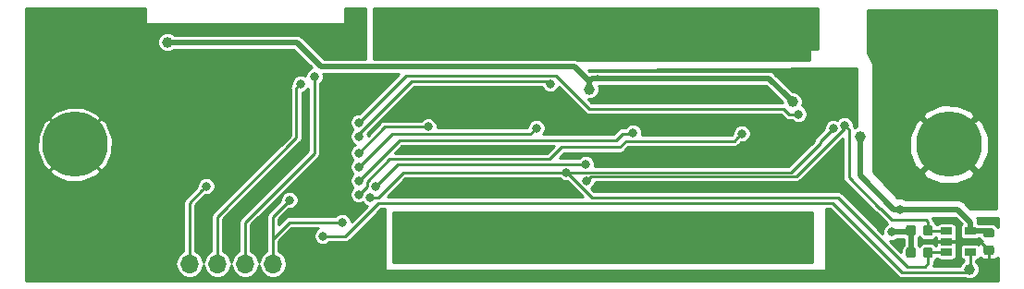
<source format=gbl>
G04 #@! TF.GenerationSoftware,KiCad,Pcbnew,5.0.0-fee4fd1~66~ubuntu18.04.1*
G04 #@! TF.CreationDate,2018-08-20T14:29:34+02:00*
G04 #@! TF.ProjectId,ESP32-li-ion-cell-monitor,45535033322D6C692D696F6E2D63656C,1.3*
G04 #@! TF.SameCoordinates,Original*
G04 #@! TF.FileFunction,Copper,L2,Bot,Signal*
G04 #@! TF.FilePolarity,Positive*
%FSLAX46Y46*%
G04 Gerber Fmt 4.6, Leading zero omitted, Abs format (unit mm)*
G04 Created by KiCad (PCBNEW 5.0.0-fee4fd1~66~ubuntu18.04.1) date Mon Aug 20 14:29:34 2018*
%MOMM*%
%LPD*%
G01*
G04 APERTURE LIST*
G04 #@! TA.AperFunction,ViaPad*
%ADD10C,0.600000*%
G04 #@! TD*
G04 #@! TA.AperFunction,ComponentPad*
%ADD11O,1.700000X1.700000*%
G04 #@! TD*
G04 #@! TA.AperFunction,ComponentPad*
%ADD12R,1.700000X1.700000*%
G04 #@! TD*
G04 #@! TA.AperFunction,ComponentPad*
%ADD13C,0.800000*%
G04 #@! TD*
G04 #@! TA.AperFunction,Conductor*
%ADD14C,0.100000*%
G04 #@! TD*
G04 #@! TA.AperFunction,SMDPad,CuDef*
%ADD15C,0.875000*%
G04 #@! TD*
G04 #@! TA.AperFunction,SMDPad,CuDef*
%ADD16R,1.060000X0.650000*%
G04 #@! TD*
G04 #@! TA.AperFunction,BGAPad,CuDef*
%ADD17C,1.000000*%
G04 #@! TD*
G04 #@! TA.AperFunction,ComponentPad*
%ADD18C,5.999480*%
G04 #@! TD*
G04 #@! TA.AperFunction,ViaPad*
%ADD19C,0.800000*%
G04 #@! TD*
G04 #@! TA.AperFunction,ViaPad*
%ADD20C,2.000000*%
G04 #@! TD*
G04 #@! TA.AperFunction,ViaPad*
%ADD21C,1.000000*%
G04 #@! TD*
G04 #@! TA.AperFunction,Conductor*
%ADD22C,0.250000*%
G04 #@! TD*
G04 #@! TA.AperFunction,Conductor*
%ADD23C,0.500000*%
G04 #@! TD*
G04 #@! TA.AperFunction,Conductor*
%ADD24C,0.254000*%
G04 #@! TD*
G04 APERTURE END LIST*
D10*
G04 #@! TO.N,GND*
G04 #@! TO.C,REF\002A\002A*
X247142000Y-70866000D03*
G04 #@! TD*
G04 #@! TO.N,GND*
G04 #@! TO.C,REF\002A\002A*
X238506000Y-73152000D03*
G04 #@! TD*
G04 #@! TO.N,GND*
G04 #@! TO.C,REF\002A\002A*
X233172000Y-65024000D03*
G04 #@! TD*
G04 #@! TO.N,GND*
G04 #@! TO.C,REF\002A\002A*
X185928000Y-58166000D03*
G04 #@! TD*
G04 #@! TO.N,GND*
G04 #@! TO.C,REF\002A\002A*
X179832000Y-68326000D03*
G04 #@! TD*
G04 #@! TO.N,GND*
G04 #@! TO.C,REF\002A\002A*
X176530000Y-68326000D03*
G04 #@! TD*
G04 #@! TO.N,GND*
G04 #@! TO.C,REF\002A\002A*
X179832000Y-73152000D03*
G04 #@! TD*
G04 #@! TO.N,GND*
G04 #@! TO.C,REF\002A\002A*
X177292000Y-73152000D03*
G04 #@! TD*
G04 #@! TO.N,GND*
G04 #@! TO.C,REF\002A\002A*
X231648000Y-65786000D03*
G04 #@! TD*
G04 #@! TO.N,GND*
G04 #@! TO.C,REF\002A\002A*
X184912000Y-69596000D03*
G04 #@! TD*
G04 #@! TO.N,GND*
G04 #@! TO.C,REF\002A\002A*
X185674000Y-74930000D03*
G04 #@! TD*
G04 #@! TO.N,GND*
G04 #@! TO.C,REF\002A\002A*
X189738000Y-72644000D03*
G04 #@! TD*
G04 #@! TO.N,GND*
G04 #@! TO.C,REF\002A\002A*
X175260000Y-65532000D03*
G04 #@! TD*
G04 #@! TO.N,GND*
G04 #@! TO.C,REF\002A\002A*
X178816000Y-65532000D03*
G04 #@! TD*
G04 #@! TO.N,GND*
G04 #@! TO.C,REF\002A\002A*
X180340000Y-56388000D03*
G04 #@! TD*
G04 #@! TO.N,GND*
G04 #@! TO.C,REF\002A\002A*
X174498000Y-56388000D03*
G04 #@! TD*
G04 #@! TO.N,GND*
G04 #@! TO.C,REF\002A\002A*
X159258000Y-56134000D03*
G04 #@! TD*
G04 #@! TO.N,GND*
G04 #@! TO.C,REF\002A\002A*
X159000000Y-54000000D03*
G04 #@! TD*
G04 #@! TO.N,GND*
G04 #@! TO.C,REF\002A\002A*
X164338000Y-57912000D03*
G04 #@! TD*
G04 #@! TO.N,GND*
G04 #@! TO.C,REF\002A\002A*
X165354000Y-70866000D03*
G04 #@! TD*
G04 #@! TO.N,GND*
G04 #@! TO.C,REF\002A\002A*
X165608000Y-75184000D03*
G04 #@! TD*
G04 #@! TO.N,GND*
G04 #@! TO.C,REF\002A\002A*
X160000000Y-73000000D03*
G04 #@! TD*
G04 #@! TO.N,GND*
G04 #@! TO.C,REF\002A\002A*
X161544000Y-70866000D03*
G04 #@! TD*
G04 #@! TO.N,GND*
G04 #@! TO.C,REF\002A\002A*
X161544000Y-57912000D03*
G04 #@! TD*
G04 #@! TO.N,GND*
G04 #@! TO.C,REF\002A\002A*
X162902000Y-56000000D03*
G04 #@! TD*
G04 #@! TO.N,GND*
G04 #@! TO.C,REF\002A\002A*
X162052000Y-75184000D03*
G04 #@! TD*
G04 #@! TO.N,GND*
G04 #@! TO.C,REF\002A\002A*
X160000000Y-75438000D03*
G04 #@! TD*
G04 #@! TO.N,GND*
G04 #@! TO.C,REF\002A\002A*
X160000000Y-52000000D03*
G04 #@! TD*
G04 #@! TO.N,+BATT*
G04 #@! TO.C,REF\002A\002A*
X239014000Y-52070000D03*
G04 #@! TD*
G04 #@! TO.N,+BATT*
G04 #@! TO.C,REF\002A\002A*
X243840000Y-52324000D03*
G04 #@! TD*
G04 #@! TO.N,+BATT*
G04 #@! TO.C,REF\002A\002A*
X246634000Y-52578000D03*
G04 #@! TD*
G04 #@! TO.N,+BATT*
G04 #@! TO.C,REF\002A\002A*
X243840000Y-57912000D03*
G04 #@! TD*
G04 #@! TO.N,GND*
G04 #@! TO.C,REF\002A\002A*
X243856000Y-72898000D03*
G04 #@! TD*
G04 #@! TO.N,GND*
G04 #@! TO.C,REF\002A\002A*
X230376000Y-67818000D03*
G04 #@! TD*
G04 #@! TO.N,VCC*
G04 #@! TO.C,REF\002A\002A*
X216662000Y-70993000D03*
G04 #@! TD*
G04 #@! TO.N,VCC*
G04 #@! TO.C,REF\002A\002A*
X224282000Y-70993000D03*
G04 #@! TD*
G04 #@! TO.N,VCC*
G04 #@! TO.C,REF\002A\002A*
X220472000Y-70993000D03*
G04 #@! TD*
G04 #@! TO.N,VCC*
G04 #@! TO.C,REF\002A\002A*
X212852000Y-70993000D03*
G04 #@! TD*
G04 #@! TO.N,VCC*
G04 #@! TO.C,REF\002A\002A*
X224282000Y-73660000D03*
G04 #@! TD*
G04 #@! TO.N,VCC*
G04 #@! TO.C,REF\002A\002A*
X220472000Y-73660000D03*
G04 #@! TD*
G04 #@! TO.N,VCC*
G04 #@! TO.C,REF\002A\002A*
X216662000Y-73660000D03*
G04 #@! TD*
G04 #@! TO.N,VCC*
G04 #@! TO.C,REF\002A\002A*
X212852000Y-73660000D03*
G04 #@! TD*
G04 #@! TO.N,VCC*
G04 #@! TO.C,REF\002A\002A*
X205232000Y-73660000D03*
G04 #@! TD*
G04 #@! TO.N,VCC*
G04 #@! TO.C,REF\002A\002A*
X193802000Y-73660000D03*
G04 #@! TD*
G04 #@! TO.N,VCC*
G04 #@! TO.C,REF\002A\002A*
X201422000Y-73660000D03*
G04 #@! TD*
G04 #@! TO.N,VCC*
G04 #@! TO.C,REF\002A\002A*
X197612000Y-73660000D03*
G04 #@! TD*
G04 #@! TO.N,VCC*
G04 #@! TO.C,REF\002A\002A*
X193802000Y-70993000D03*
G04 #@! TD*
G04 #@! TO.N,VCC*
G04 #@! TO.C,REF\002A\002A*
X201422000Y-70993000D03*
G04 #@! TD*
G04 #@! TO.N,VCC*
G04 #@! TO.C,REF\002A\002A*
X205232000Y-70993000D03*
G04 #@! TD*
G04 #@! TO.N,VCC*
G04 #@! TO.C,REF\002A\002A*
X197612000Y-70993000D03*
G04 #@! TD*
G04 #@! TO.N,VCC*
G04 #@! TO.C,REF\002A\002A*
X212725000Y-53213000D03*
G04 #@! TD*
G04 #@! TO.N,VCC*
G04 #@! TO.C,REF\002A\002A*
X220345000Y-53213000D03*
G04 #@! TD*
G04 #@! TO.N,VCC*
G04 #@! TO.C,REF\002A\002A*
X224155000Y-53213000D03*
G04 #@! TD*
G04 #@! TO.N,VCC*
G04 #@! TO.C,REF\002A\002A*
X216535000Y-53213000D03*
G04 #@! TD*
G04 #@! TO.N,VCC*
G04 #@! TO.C,REF\002A\002A*
X197612000Y-53340000D03*
G04 #@! TD*
G04 #@! TO.N,VCC*
G04 #@! TO.C,REF\002A\002A*
X205232000Y-53340000D03*
G04 #@! TD*
G04 #@! TO.N,VCC*
G04 #@! TO.C,REF\002A\002A*
X193802000Y-53340000D03*
G04 #@! TD*
G04 #@! TO.N,VCC*
G04 #@! TO.C,REF\002A\002A*
X201422000Y-53340000D03*
G04 #@! TD*
G04 #@! TO.N,VCC*
G04 #@! TO.C,REF\002A\002A*
X193802000Y-55880000D03*
G04 #@! TD*
G04 #@! TO.N,VCC*
G04 #@! TO.C,REF\002A\002A*
X197612000Y-55880000D03*
G04 #@! TD*
G04 #@! TO.N,VCC*
G04 #@! TO.C,REF\002A\002A*
X201422000Y-55880000D03*
G04 #@! TD*
G04 #@! TO.N,VCC*
G04 #@! TO.C,REF\002A\002A*
X205232000Y-55880000D03*
G04 #@! TD*
G04 #@! TO.N,VCC*
G04 #@! TO.C,REF\002A\002A*
X212725000Y-56007000D03*
G04 #@! TD*
G04 #@! TO.N,VCC*
G04 #@! TO.C,REF\002A\002A*
X216408000Y-56007000D03*
G04 #@! TD*
G04 #@! TO.N,VCC*
G04 #@! TO.C,REF\002A\002A*
X220472000Y-56007000D03*
G04 #@! TD*
G04 #@! TO.N,VCC*
G04 #@! TO.C,REF\002A\002A*
X224409000Y-56007000D03*
G04 #@! TD*
G04 #@! TO.N,GND*
G04 #@! TO.C,REF\002A\002A*
X205232000Y-68072000D03*
G04 #@! TD*
G04 #@! TO.N,GND*
G04 #@! TO.C,REF\002A\002A*
X201295000Y-68072000D03*
G04 #@! TD*
G04 #@! TO.N,GND*
G04 #@! TO.C,REF\002A\002A*
X197612000Y-68072000D03*
G04 #@! TD*
G04 #@! TO.N,GND*
G04 #@! TO.C,REF\002A\002A*
X194056000Y-68072000D03*
G04 #@! TD*
G04 #@! TO.N,GND*
G04 #@! TO.C,REF\002A\002A*
X205232000Y-59182000D03*
G04 #@! TD*
G04 #@! TO.N,GND*
G04 #@! TO.C,REF\002A\002A*
X201295000Y-59182000D03*
G04 #@! TD*
G04 #@! TO.N,GND*
G04 #@! TO.C,REF\002A\002A*
X220472000Y-62230000D03*
G04 #@! TD*
G04 #@! TO.N,GND*
G04 #@! TO.C,REF\002A\002A*
X220472000Y-64516000D03*
G04 #@! TD*
G04 #@! TO.N,GND*
G04 #@! TO.C,REF\002A\002A*
X201422000Y-64516000D03*
G04 #@! TD*
G04 #@! TO.N,GND*
G04 #@! TO.C,REF\002A\002A*
X201422000Y-62230000D03*
G04 #@! TD*
G04 #@! TO.N,GND*
G04 #@! TO.C,REF\002A\002A*
X220472000Y-58928000D03*
G04 #@! TD*
G04 #@! TO.N,GND*
G04 #@! TO.C,REF\002A\002A*
X228346000Y-57912000D03*
G04 #@! TD*
G04 #@! TO.N,GND*
G04 #@! TO.C,REF\002A\002A*
X224409000Y-58928000D03*
G04 #@! TD*
G04 #@! TO.N,GND*
G04 #@! TO.C,REF\002A\002A*
X230376000Y-63500000D03*
G04 #@! TD*
G04 #@! TO.N,GND*
G04 #@! TO.C,REF\002A\002A*
X216662000Y-75946000D03*
G04 #@! TD*
G04 #@! TO.N,GND*
G04 #@! TO.C,REF\002A\002A*
X233426000Y-59690000D03*
G04 #@! TD*
G04 #@! TO.N,VCC*
G04 #@! TO.C,REF\002A\002A*
X208914000Y-72898000D03*
G04 #@! TD*
G04 #@! TO.N,VCC*
G04 #@! TO.C,REF\002A\002A*
X209930000Y-72898000D03*
G04 #@! TD*
G04 #@! TO.N,VCC*
G04 #@! TO.C,REF\002A\002A*
X209930000Y-71882000D03*
G04 #@! TD*
G04 #@! TO.N,VCC*
G04 #@! TO.C,REF\002A\002A*
X207898000Y-72898000D03*
G04 #@! TD*
G04 #@! TO.N,VCC*
G04 #@! TO.C,REF\002A\002A*
X207898000Y-71882000D03*
G04 #@! TD*
G04 #@! TO.N,VCC*
G04 #@! TO.C,REF\002A\002A*
X209930000Y-55626000D03*
G04 #@! TD*
G04 #@! TO.N,VCC*
G04 #@! TO.C,REF\002A\002A*
X208914000Y-55626000D03*
G04 #@! TD*
G04 #@! TO.N,VCC*
G04 #@! TO.C,REF\002A\002A*
X207898000Y-55626000D03*
G04 #@! TD*
G04 #@! TO.N,VCC*
G04 #@! TO.C,REF\002A\002A*
X207898000Y-54610000D03*
G04 #@! TD*
G04 #@! TO.N,VCC*
G04 #@! TO.C,REF\002A\002A*
X209930000Y-54610000D03*
G04 #@! TD*
G04 #@! TO.N,VCC*
G04 #@! TO.C,REF\002A\002A*
X214630000Y-52070000D03*
G04 #@! TD*
G04 #@! TO.N,GND*
G04 #@! TO.C,REF\002A\002A*
X193802000Y-75946000D03*
G04 #@! TD*
G04 #@! TO.N,GND*
G04 #@! TO.C,REF\002A\002A*
X205232000Y-75946000D03*
G04 #@! TD*
G04 #@! TO.N,GND*
G04 #@! TO.C,REF\002A\002A*
X220345000Y-68072000D03*
G04 #@! TD*
G04 #@! TO.N,GND*
G04 #@! TO.C,REF\002A\002A*
X236474000Y-75946000D03*
G04 #@! TD*
G04 #@! TO.N,GND*
G04 #@! TO.C,REF\002A\002A*
X233172000Y-75946000D03*
G04 #@! TD*
G04 #@! TO.N,+BATT*
G04 #@! TO.C,REF\002A\002A*
X236982000Y-59436000D03*
G04 #@! TD*
G04 #@! TO.N,+BATT*
G04 #@! TO.C,REF\002A\002A*
X246886000Y-59436000D03*
G04 #@! TD*
G04 #@! TO.N,+BATT*
G04 #@! TO.C,REF\002A\002A*
X236982000Y-56896000D03*
G04 #@! TD*
G04 #@! TO.N,+BATT*
G04 #@! TO.C,REF\002A\002A*
X246632000Y-68326000D03*
G04 #@! TD*
G04 #@! TO.N,+BATT*
G04 #@! TO.C,REF\002A\002A*
X246886000Y-54864000D03*
G04 #@! TD*
G04 #@! TO.N,+BATT*
G04 #@! TO.C,REF\002A\002A*
X240792000Y-57404000D03*
G04 #@! TD*
G04 #@! TO.N,VCC*
G04 #@! TO.C,REF\002A\002A*
X227584000Y-52070000D03*
G04 #@! TD*
G04 #@! TO.N,VCC*
G04 #@! TO.C,REF\002A\002A*
X208914000Y-71882000D03*
G04 #@! TD*
G04 #@! TO.N,VCC*
G04 #@! TO.C,REF\002A\002A*
X208914000Y-54610000D03*
G04 #@! TD*
G04 #@! TO.N,GND*
G04 #@! TO.C,REF\002A\002A*
X213106000Y-59182000D03*
G04 #@! TD*
G04 #@! TO.N,GND*
G04 #@! TO.C,REF\002A\002A*
X211708000Y-59182000D03*
G04 #@! TD*
G04 #@! TO.N,GND*
G04 #@! TO.C,REF\002A\002A*
X197612000Y-59182000D03*
G04 #@! TD*
G04 #@! TO.N,GND*
G04 #@! TO.C,REF\002A\002A*
X194056000Y-59182000D03*
G04 #@! TD*
G04 #@! TO.N,GND*
G04 #@! TO.C,REF\002A\002A*
X214312000Y-64516000D03*
G04 #@! TD*
G04 #@! TO.N,GND*
G04 #@! TO.C,REF\002A\002A*
X195225990Y-64450000D03*
G04 #@! TD*
G04 #@! TO.N,GND*
G04 #@! TO.C,REF\002A\002A*
X205232000Y-64516000D03*
G04 #@! TD*
G04 #@! TO.N,GND*
G04 #@! TO.C,REF\002A\002A*
X197612000Y-64516000D03*
G04 #@! TD*
G04 #@! TO.N,GND*
G04 #@! TO.C,REF\002A\002A*
X224282000Y-64516000D03*
G04 #@! TD*
G04 #@! TO.N,VCC*
G04 #@! TO.C,REF\002A\002A*
X226568000Y-55372000D03*
G04 #@! TD*
G04 #@! TO.N,VCC*
G04 #@! TO.C,REF\002A\002A*
X228600000Y-55372000D03*
G04 #@! TD*
G04 #@! TO.N,VCC*
G04 #@! TO.C,REF\002A\002A*
X228600000Y-53594000D03*
G04 #@! TD*
G04 #@! TO.N,VCC*
G04 #@! TO.C,REF\002A\002A*
X226568000Y-53594000D03*
G04 #@! TD*
G04 #@! TO.N,VCC*
G04 #@! TO.C,REF\002A\002A*
X228725000Y-71628000D03*
G04 #@! TD*
G04 #@! TO.N,VCC*
G04 #@! TO.C,REF\002A\002A*
X228725000Y-73152000D03*
G04 #@! TD*
G04 #@! TO.N,VCC*
G04 #@! TO.C,REF\002A\002A*
X226695000Y-73152000D03*
G04 #@! TD*
G04 #@! TO.N,VCC*
G04 #@! TO.C,REF\002A\002A*
X226695000Y-71628000D03*
G04 #@! TD*
G04 #@! TO.N,GND*
G04 #@! TO.C,REF\002A\002A*
X223266000Y-75946000D03*
G04 #@! TD*
G04 #@! TO.N,GND*
G04 #@! TO.C,REF\002A\002A*
X246650000Y-75184000D03*
G04 #@! TD*
G04 #@! TO.N,GND*
G04 #@! TO.C,REF\002A\002A*
X216598000Y-62230000D03*
G04 #@! TD*
G04 #@! TO.N,GND*
G04 #@! TO.C,REF\002A\002A*
X197612000Y-62230000D03*
G04 #@! TD*
G04 #@! TO.N,GND*
G04 #@! TO.C,REF\002A\002A*
X235966000Y-70358000D03*
G04 #@! TD*
G04 #@! TO.N,GND*
G04 #@! TO.C,REF\002A\002A*
X212852000Y-68072000D03*
G04 #@! TD*
G04 #@! TO.N,GND*
G04 #@! TO.C,REF\002A\002A*
X224282000Y-68072000D03*
G04 #@! TD*
G04 #@! TO.N,GND*
G04 #@! TO.C,REF\002A\002A*
X216916000Y-64516000D03*
G04 #@! TD*
G04 #@! TO.N,GND*
G04 #@! TO.C,REF\002A\002A*
X214756000Y-59182000D03*
G04 #@! TD*
D11*
G04 #@! TO.P,J3,5*
G04 #@! TO.N,/BOOT*
X173482000Y-74930000D03*
G04 #@! TO.P,J3,4*
G04 #@! TO.N,/RX*
X176022000Y-74930000D03*
G04 #@! TO.P,J3,3*
G04 #@! TO.N,/TX*
X178562000Y-74930000D03*
G04 #@! TO.P,J3,2*
G04 #@! TO.N,/EN*
X181102000Y-74930000D03*
D12*
G04 #@! TO.P,J3,1*
G04 #@! TO.N,GND*
X183642000Y-74930000D03*
G04 #@! TD*
D10*
G04 #@! TO.N,GND*
G04 #@! TO.C,REF\002A\002A*
X216662000Y-68072000D03*
G04 #@! TD*
G04 #@! TO.N,GND*
G04 #@! TO.C,REF\002A\002A*
X189992000Y-58928000D03*
G04 #@! TD*
G04 #@! TO.N,GND*
G04 #@! TO.C,REF\002A\002A*
X216535000Y-58928000D03*
G04 #@! TD*
G04 #@! TO.N,GND*
G04 #@! TO.C,REF\002A\002A*
X191262000Y-58166000D03*
G04 #@! TD*
D13*
G04 #@! TO.P,U2,39*
G04 #@! TO.N,GND*
X176856000Y-58990000D03*
X176856000Y-59990000D03*
X176856000Y-60990000D03*
X176856000Y-61990000D03*
X176856000Y-62990000D03*
X177856000Y-62990000D03*
X177856000Y-61990000D03*
X177856000Y-60990000D03*
X177856000Y-59990000D03*
X177856000Y-58990000D03*
X179856000Y-58990000D03*
X179856000Y-59990000D03*
X179856000Y-60990000D03*
X179856000Y-61990000D03*
X179856000Y-62990000D03*
X178856000Y-62990000D03*
X178856000Y-61990000D03*
X178856000Y-60990000D03*
X178856000Y-59990000D03*
X178856000Y-58990000D03*
X180856000Y-62990000D03*
X180856000Y-61990000D03*
X180856000Y-60990000D03*
X180856000Y-59990000D03*
X180856000Y-58990000D03*
G04 #@! TD*
D14*
G04 #@! TO.N,/SDA*
G04 #@! TO.C,R10*
G36*
X241325691Y-73440053D02*
X241346926Y-73443203D01*
X241367750Y-73448419D01*
X241387962Y-73455651D01*
X241407368Y-73464830D01*
X241425781Y-73475866D01*
X241443024Y-73488654D01*
X241458930Y-73503070D01*
X241473346Y-73518976D01*
X241486134Y-73536219D01*
X241497170Y-73554632D01*
X241506349Y-73574038D01*
X241513581Y-73594250D01*
X241518797Y-73615074D01*
X241521947Y-73636309D01*
X241523000Y-73657750D01*
X241523000Y-74170250D01*
X241521947Y-74191691D01*
X241518797Y-74212926D01*
X241513581Y-74233750D01*
X241506349Y-74253962D01*
X241497170Y-74273368D01*
X241486134Y-74291781D01*
X241473346Y-74309024D01*
X241458930Y-74324930D01*
X241443024Y-74339346D01*
X241425781Y-74352134D01*
X241407368Y-74363170D01*
X241387962Y-74372349D01*
X241367750Y-74379581D01*
X241346926Y-74384797D01*
X241325691Y-74387947D01*
X241304250Y-74389000D01*
X240866750Y-74389000D01*
X240845309Y-74387947D01*
X240824074Y-74384797D01*
X240803250Y-74379581D01*
X240783038Y-74372349D01*
X240763632Y-74363170D01*
X240745219Y-74352134D01*
X240727976Y-74339346D01*
X240712070Y-74324930D01*
X240697654Y-74309024D01*
X240684866Y-74291781D01*
X240673830Y-74273368D01*
X240664651Y-74253962D01*
X240657419Y-74233750D01*
X240652203Y-74212926D01*
X240649053Y-74191691D01*
X240648000Y-74170250D01*
X240648000Y-73657750D01*
X240649053Y-73636309D01*
X240652203Y-73615074D01*
X240657419Y-73594250D01*
X240664651Y-73574038D01*
X240673830Y-73554632D01*
X240684866Y-73536219D01*
X240697654Y-73518976D01*
X240712070Y-73503070D01*
X240727976Y-73488654D01*
X240745219Y-73475866D01*
X240763632Y-73464830D01*
X240783038Y-73455651D01*
X240803250Y-73448419D01*
X240824074Y-73443203D01*
X240845309Y-73440053D01*
X240866750Y-73439000D01*
X241304250Y-73439000D01*
X241325691Y-73440053D01*
X241325691Y-73440053D01*
G37*
D15*
G04 #@! TD*
G04 #@! TO.P,R10,1*
G04 #@! TO.N,/SDA*
X241085500Y-73914000D03*
D14*
G04 #@! TO.N,+2V8*
G04 #@! TO.C,R10*
G36*
X239750691Y-73440053D02*
X239771926Y-73443203D01*
X239792750Y-73448419D01*
X239812962Y-73455651D01*
X239832368Y-73464830D01*
X239850781Y-73475866D01*
X239868024Y-73488654D01*
X239883930Y-73503070D01*
X239898346Y-73518976D01*
X239911134Y-73536219D01*
X239922170Y-73554632D01*
X239931349Y-73574038D01*
X239938581Y-73594250D01*
X239943797Y-73615074D01*
X239946947Y-73636309D01*
X239948000Y-73657750D01*
X239948000Y-74170250D01*
X239946947Y-74191691D01*
X239943797Y-74212926D01*
X239938581Y-74233750D01*
X239931349Y-74253962D01*
X239922170Y-74273368D01*
X239911134Y-74291781D01*
X239898346Y-74309024D01*
X239883930Y-74324930D01*
X239868024Y-74339346D01*
X239850781Y-74352134D01*
X239832368Y-74363170D01*
X239812962Y-74372349D01*
X239792750Y-74379581D01*
X239771926Y-74384797D01*
X239750691Y-74387947D01*
X239729250Y-74389000D01*
X239291750Y-74389000D01*
X239270309Y-74387947D01*
X239249074Y-74384797D01*
X239228250Y-74379581D01*
X239208038Y-74372349D01*
X239188632Y-74363170D01*
X239170219Y-74352134D01*
X239152976Y-74339346D01*
X239137070Y-74324930D01*
X239122654Y-74309024D01*
X239109866Y-74291781D01*
X239098830Y-74273368D01*
X239089651Y-74253962D01*
X239082419Y-74233750D01*
X239077203Y-74212926D01*
X239074053Y-74191691D01*
X239073000Y-74170250D01*
X239073000Y-73657750D01*
X239074053Y-73636309D01*
X239077203Y-73615074D01*
X239082419Y-73594250D01*
X239089651Y-73574038D01*
X239098830Y-73554632D01*
X239109866Y-73536219D01*
X239122654Y-73518976D01*
X239137070Y-73503070D01*
X239152976Y-73488654D01*
X239170219Y-73475866D01*
X239188632Y-73464830D01*
X239208038Y-73455651D01*
X239228250Y-73448419D01*
X239249074Y-73443203D01*
X239270309Y-73440053D01*
X239291750Y-73439000D01*
X239729250Y-73439000D01*
X239750691Y-73440053D01*
X239750691Y-73440053D01*
G37*
D15*
G04 #@! TD*
G04 #@! TO.P,R10,2*
G04 #@! TO.N,+2V8*
X239510500Y-73914000D03*
D16*
G04 #@! TO.P,U5,1*
G04 #@! TO.N,/SDA*
X242756000Y-73848000D03*
G04 #@! TO.P,U5,2*
G04 #@! TO.N,GND*
X242756000Y-72898000D03*
G04 #@! TO.P,U5,3*
G04 #@! TO.N,/SCL*
X242756000Y-71948000D03*
G04 #@! TO.P,U5,4*
G04 #@! TO.N,+2V8*
X244956000Y-71948000D03*
G04 #@! TO.P,U5,5*
G04 #@! TO.N,/Alert3*
X244956000Y-73848000D03*
G04 #@! TD*
D10*
G04 #@! TO.N,GND*
G04 #@! TO.C,REF\002A\002A*
X229870000Y-59690000D03*
G04 #@! TD*
D14*
G04 #@! TO.N,GND*
G04 #@! TO.C,C9*
G36*
X246927691Y-73249053D02*
X246948926Y-73252203D01*
X246969750Y-73257419D01*
X246989962Y-73264651D01*
X247009368Y-73273830D01*
X247027781Y-73284866D01*
X247045024Y-73297654D01*
X247060930Y-73312070D01*
X247075346Y-73327976D01*
X247088134Y-73345219D01*
X247099170Y-73363632D01*
X247108349Y-73383038D01*
X247115581Y-73403250D01*
X247120797Y-73424074D01*
X247123947Y-73445309D01*
X247125000Y-73466750D01*
X247125000Y-73904250D01*
X247123947Y-73925691D01*
X247120797Y-73946926D01*
X247115581Y-73967750D01*
X247108349Y-73987962D01*
X247099170Y-74007368D01*
X247088134Y-74025781D01*
X247075346Y-74043024D01*
X247060930Y-74058930D01*
X247045024Y-74073346D01*
X247027781Y-74086134D01*
X247009368Y-74097170D01*
X246989962Y-74106349D01*
X246969750Y-74113581D01*
X246948926Y-74118797D01*
X246927691Y-74121947D01*
X246906250Y-74123000D01*
X246393750Y-74123000D01*
X246372309Y-74121947D01*
X246351074Y-74118797D01*
X246330250Y-74113581D01*
X246310038Y-74106349D01*
X246290632Y-74097170D01*
X246272219Y-74086134D01*
X246254976Y-74073346D01*
X246239070Y-74058930D01*
X246224654Y-74043024D01*
X246211866Y-74025781D01*
X246200830Y-74007368D01*
X246191651Y-73987962D01*
X246184419Y-73967750D01*
X246179203Y-73946926D01*
X246176053Y-73925691D01*
X246175000Y-73904250D01*
X246175000Y-73466750D01*
X246176053Y-73445309D01*
X246179203Y-73424074D01*
X246184419Y-73403250D01*
X246191651Y-73383038D01*
X246200830Y-73363632D01*
X246211866Y-73345219D01*
X246224654Y-73327976D01*
X246239070Y-73312070D01*
X246254976Y-73297654D01*
X246272219Y-73284866D01*
X246290632Y-73273830D01*
X246310038Y-73264651D01*
X246330250Y-73257419D01*
X246351074Y-73252203D01*
X246372309Y-73249053D01*
X246393750Y-73248000D01*
X246906250Y-73248000D01*
X246927691Y-73249053D01*
X246927691Y-73249053D01*
G37*
D15*
G04 #@! TD*
G04 #@! TO.P,C9,1*
G04 #@! TO.N,GND*
X246650000Y-73685500D03*
D14*
G04 #@! TO.N,+2V8*
G04 #@! TO.C,C9*
G36*
X246927691Y-71674053D02*
X246948926Y-71677203D01*
X246969750Y-71682419D01*
X246989962Y-71689651D01*
X247009368Y-71698830D01*
X247027781Y-71709866D01*
X247045024Y-71722654D01*
X247060930Y-71737070D01*
X247075346Y-71752976D01*
X247088134Y-71770219D01*
X247099170Y-71788632D01*
X247108349Y-71808038D01*
X247115581Y-71828250D01*
X247120797Y-71849074D01*
X247123947Y-71870309D01*
X247125000Y-71891750D01*
X247125000Y-72329250D01*
X247123947Y-72350691D01*
X247120797Y-72371926D01*
X247115581Y-72392750D01*
X247108349Y-72412962D01*
X247099170Y-72432368D01*
X247088134Y-72450781D01*
X247075346Y-72468024D01*
X247060930Y-72483930D01*
X247045024Y-72498346D01*
X247027781Y-72511134D01*
X247009368Y-72522170D01*
X246989962Y-72531349D01*
X246969750Y-72538581D01*
X246948926Y-72543797D01*
X246927691Y-72546947D01*
X246906250Y-72548000D01*
X246393750Y-72548000D01*
X246372309Y-72546947D01*
X246351074Y-72543797D01*
X246330250Y-72538581D01*
X246310038Y-72531349D01*
X246290632Y-72522170D01*
X246272219Y-72511134D01*
X246254976Y-72498346D01*
X246239070Y-72483930D01*
X246224654Y-72468024D01*
X246211866Y-72450781D01*
X246200830Y-72432368D01*
X246191651Y-72412962D01*
X246184419Y-72392750D01*
X246179203Y-72371926D01*
X246176053Y-72350691D01*
X246175000Y-72329250D01*
X246175000Y-71891750D01*
X246176053Y-71870309D01*
X246179203Y-71849074D01*
X246184419Y-71828250D01*
X246191651Y-71808038D01*
X246200830Y-71788632D01*
X246211866Y-71770219D01*
X246224654Y-71752976D01*
X246239070Y-71737070D01*
X246254976Y-71722654D01*
X246272219Y-71709866D01*
X246290632Y-71698830D01*
X246310038Y-71689651D01*
X246330250Y-71682419D01*
X246351074Y-71677203D01*
X246372309Y-71674053D01*
X246393750Y-71673000D01*
X246906250Y-71673000D01*
X246927691Y-71674053D01*
X246927691Y-71674053D01*
G37*
D15*
G04 #@! TD*
G04 #@! TO.P,C9,2*
G04 #@! TO.N,+2V8*
X246650000Y-72110500D03*
D14*
G04 #@! TO.N,/SCL*
G04 #@! TO.C,R12*
G36*
X241325691Y-71408053D02*
X241346926Y-71411203D01*
X241367750Y-71416419D01*
X241387962Y-71423651D01*
X241407368Y-71432830D01*
X241425781Y-71443866D01*
X241443024Y-71456654D01*
X241458930Y-71471070D01*
X241473346Y-71486976D01*
X241486134Y-71504219D01*
X241497170Y-71522632D01*
X241506349Y-71542038D01*
X241513581Y-71562250D01*
X241518797Y-71583074D01*
X241521947Y-71604309D01*
X241523000Y-71625750D01*
X241523000Y-72138250D01*
X241521947Y-72159691D01*
X241518797Y-72180926D01*
X241513581Y-72201750D01*
X241506349Y-72221962D01*
X241497170Y-72241368D01*
X241486134Y-72259781D01*
X241473346Y-72277024D01*
X241458930Y-72292930D01*
X241443024Y-72307346D01*
X241425781Y-72320134D01*
X241407368Y-72331170D01*
X241387962Y-72340349D01*
X241367750Y-72347581D01*
X241346926Y-72352797D01*
X241325691Y-72355947D01*
X241304250Y-72357000D01*
X240866750Y-72357000D01*
X240845309Y-72355947D01*
X240824074Y-72352797D01*
X240803250Y-72347581D01*
X240783038Y-72340349D01*
X240763632Y-72331170D01*
X240745219Y-72320134D01*
X240727976Y-72307346D01*
X240712070Y-72292930D01*
X240697654Y-72277024D01*
X240684866Y-72259781D01*
X240673830Y-72241368D01*
X240664651Y-72221962D01*
X240657419Y-72201750D01*
X240652203Y-72180926D01*
X240649053Y-72159691D01*
X240648000Y-72138250D01*
X240648000Y-71625750D01*
X240649053Y-71604309D01*
X240652203Y-71583074D01*
X240657419Y-71562250D01*
X240664651Y-71542038D01*
X240673830Y-71522632D01*
X240684866Y-71504219D01*
X240697654Y-71486976D01*
X240712070Y-71471070D01*
X240727976Y-71456654D01*
X240745219Y-71443866D01*
X240763632Y-71432830D01*
X240783038Y-71423651D01*
X240803250Y-71416419D01*
X240824074Y-71411203D01*
X240845309Y-71408053D01*
X240866750Y-71407000D01*
X241304250Y-71407000D01*
X241325691Y-71408053D01*
X241325691Y-71408053D01*
G37*
D15*
G04 #@! TD*
G04 #@! TO.P,R12,1*
G04 #@! TO.N,/SCL*
X241085500Y-71882000D03*
D14*
G04 #@! TO.N,+2V8*
G04 #@! TO.C,R12*
G36*
X239750691Y-71408053D02*
X239771926Y-71411203D01*
X239792750Y-71416419D01*
X239812962Y-71423651D01*
X239832368Y-71432830D01*
X239850781Y-71443866D01*
X239868024Y-71456654D01*
X239883930Y-71471070D01*
X239898346Y-71486976D01*
X239911134Y-71504219D01*
X239922170Y-71522632D01*
X239931349Y-71542038D01*
X239938581Y-71562250D01*
X239943797Y-71583074D01*
X239946947Y-71604309D01*
X239948000Y-71625750D01*
X239948000Y-72138250D01*
X239946947Y-72159691D01*
X239943797Y-72180926D01*
X239938581Y-72201750D01*
X239931349Y-72221962D01*
X239922170Y-72241368D01*
X239911134Y-72259781D01*
X239898346Y-72277024D01*
X239883930Y-72292930D01*
X239868024Y-72307346D01*
X239850781Y-72320134D01*
X239832368Y-72331170D01*
X239812962Y-72340349D01*
X239792750Y-72347581D01*
X239771926Y-72352797D01*
X239750691Y-72355947D01*
X239729250Y-72357000D01*
X239291750Y-72357000D01*
X239270309Y-72355947D01*
X239249074Y-72352797D01*
X239228250Y-72347581D01*
X239208038Y-72340349D01*
X239188632Y-72331170D01*
X239170219Y-72320134D01*
X239152976Y-72307346D01*
X239137070Y-72292930D01*
X239122654Y-72277024D01*
X239109866Y-72259781D01*
X239098830Y-72241368D01*
X239089651Y-72221962D01*
X239082419Y-72201750D01*
X239077203Y-72180926D01*
X239074053Y-72159691D01*
X239073000Y-72138250D01*
X239073000Y-71625750D01*
X239074053Y-71604309D01*
X239077203Y-71583074D01*
X239082419Y-71562250D01*
X239089651Y-71542038D01*
X239098830Y-71522632D01*
X239109866Y-71504219D01*
X239122654Y-71486976D01*
X239137070Y-71471070D01*
X239152976Y-71456654D01*
X239170219Y-71443866D01*
X239188632Y-71432830D01*
X239208038Y-71423651D01*
X239228250Y-71416419D01*
X239249074Y-71411203D01*
X239270309Y-71408053D01*
X239291750Y-71407000D01*
X239729250Y-71407000D01*
X239750691Y-71408053D01*
X239750691Y-71408053D01*
G37*
D15*
G04 #@! TD*
G04 #@! TO.P,R12,2*
G04 #@! TO.N,+2V8*
X239510500Y-71882000D03*
D17*
G04 #@! TO.P,TP8,1*
G04 #@! TO.N,/Alert3*
X244872000Y-75438000D03*
G04 #@! TD*
D18*
G04 #@! TO.P,J1,1*
G04 #@! TO.N,+BATT*
X243000000Y-64000000D03*
G04 #@! TD*
G04 #@! TO.P,J2,1*
G04 #@! TO.N,GND*
X163000000Y-64000000D03*
G04 #@! TD*
D19*
G04 #@! TO.N,/EN*
X182626000Y-69088000D03*
X187452000Y-71120000D03*
G04 #@! TO.N,/BOOT*
X175006000Y-67818000D03*
G04 #@! TO.N,/TX*
X184912000Y-57785000D03*
G04 #@! TO.N,/RX*
X183642000Y-58420000D03*
G04 #@! TO.N,Net-(Q4-Pad1)*
X188976006Y-68580000D03*
X224028000Y-62992004D03*
G04 #@! TO.N,Net-(Q3-Pad1)*
X188976000Y-67310000D03*
X214081039Y-62926451D03*
G04 #@! TO.N,Net-(Q2-Pad1)*
X188976000Y-66040000D03*
X205232000Y-62484000D03*
G04 #@! TO.N,Net-(Q1-Pad1)*
X188976000Y-64770000D03*
X195326006Y-62366990D03*
D20*
G04 #@! TO.N,VCC*
X227709000Y-54610000D03*
X227709000Y-72390000D03*
D19*
G04 #@! TO.N,/SDA*
X189992000Y-68834000D03*
X207962000Y-66548000D03*
X232410000Y-62484000D03*
G04 #@! TO.N,/SCL*
X190500000Y-67818000D03*
X209740004Y-65786000D03*
X233426000Y-62230000D03*
X209804000Y-67310000D03*
G04 #@! TO.N,/Alert2*
X188976000Y-63246000D03*
X206502000Y-58420000D03*
G04 #@! TO.N,/Alert1*
X188976000Y-61976000D03*
X229218705Y-61214000D03*
D21*
G04 #@! TO.N,+2V8*
X171450000Y-54610000D03*
X210058000Y-58928000D03*
D19*
X238499868Y-69940990D03*
D21*
X228675477Y-60093892D03*
X234850999Y-63273536D03*
D19*
X237776803Y-72005090D03*
G04 #@! TO.N,/Alert3*
X185674000Y-72390000D03*
G04 #@! TD*
D22*
G04 #@! TO.N,GND*
X244856000Y-72898000D02*
X243756000Y-72898000D01*
X246650000Y-73685500D02*
X245862500Y-72898000D01*
X245862500Y-72898000D02*
X245618000Y-72898000D01*
G04 #@! TO.N,/EN*
X181102000Y-72644000D02*
X181102000Y-74930000D01*
X182372000Y-69342000D02*
X182626000Y-69088000D01*
X181102000Y-72644000D02*
X181102000Y-70612000D01*
X181102000Y-70612000D02*
X182372000Y-69342000D01*
X186886315Y-71120000D02*
X187452000Y-71120000D01*
X181102000Y-72644000D02*
X182626000Y-71120000D01*
X182626000Y-71120000D02*
X186886315Y-71120000D01*
G04 #@! TO.N,/BOOT*
X174606001Y-68217999D02*
X175006000Y-67818000D01*
X173482000Y-74930000D02*
X173482000Y-69342000D01*
X173482000Y-69342000D02*
X174606001Y-68217999D01*
G04 #@! TO.N,/TX*
X184912000Y-58350685D02*
X184912000Y-57785000D01*
X184912000Y-64770000D02*
X184912000Y-58350685D01*
X178562000Y-74930000D02*
X178562000Y-71120000D01*
X178562000Y-71120000D02*
X184912000Y-64770000D01*
G04 #@! TO.N,/RX*
X176022000Y-70612000D02*
X176022000Y-74930000D01*
X183242001Y-63391999D02*
X176022000Y-70612000D01*
X183642000Y-58420000D02*
X183242001Y-58819999D01*
X183242001Y-58819999D02*
X183242001Y-63391999D01*
G04 #@! TO.N,Net-(Q4-Pad1)*
X223329005Y-63690999D02*
X223628001Y-63392003D01*
X212867002Y-64246998D02*
X213423001Y-63690999D01*
X223628001Y-63392003D02*
X224028000Y-62992004D01*
X189738000Y-67400996D02*
X191797995Y-65341001D01*
X189738000Y-67818006D02*
X189738000Y-67400996D01*
X188976006Y-68580000D02*
X189738000Y-67818006D01*
X213423001Y-63690999D02*
X223329005Y-63690999D01*
X191797995Y-65341001D02*
X206438999Y-65341001D01*
X206438999Y-65341001D02*
X207533002Y-64246998D01*
X207533002Y-64246998D02*
X212867002Y-64246998D01*
G04 #@! TO.N,Net-(Q3-Pad1)*
X213106000Y-62992000D02*
X214015490Y-62992000D01*
X214015490Y-62992000D02*
X214081039Y-62926451D01*
X212511988Y-63586012D02*
X213106000Y-62992000D01*
X188976000Y-67310000D02*
X192699988Y-63586012D01*
X192699988Y-63586012D02*
X212511988Y-63586012D01*
G04 #@! TO.N,Net-(Q2-Pad1)*
X188976000Y-66040000D02*
X192024000Y-62992000D01*
X192024000Y-62992000D02*
X204724000Y-62992000D01*
X204724000Y-62992000D02*
X204832001Y-62883999D01*
X204832001Y-62883999D02*
X205232000Y-62484000D01*
G04 #@! TO.N,Net-(Q1-Pad1)*
X188976000Y-64770000D02*
X191379010Y-62366990D01*
X191379010Y-62366990D02*
X194760321Y-62366990D01*
X194760321Y-62366990D02*
X195326006Y-62366990D01*
G04 #@! TO.N,/SDA*
X190754000Y-68834000D02*
X189992000Y-68834000D01*
X207962000Y-66548000D02*
X193040000Y-66548000D01*
X193040000Y-66548000D02*
X190754000Y-68834000D01*
X228549002Y-66548000D02*
X208527685Y-66548000D01*
X231201001Y-63896001D02*
X228549002Y-66548000D01*
X208527685Y-66548000D02*
X207962000Y-66548000D01*
X231201001Y-63692999D02*
X231201001Y-63896001D01*
X232410000Y-62484000D02*
X231201001Y-63692999D01*
X241151500Y-73848000D02*
X241085500Y-73914000D01*
X242756000Y-73848000D02*
X241151500Y-73848000D01*
X208026000Y-66548000D02*
X207962000Y-66548000D01*
X241085500Y-73914000D02*
X241085500Y-74382500D01*
X210312000Y-68834000D02*
X208026000Y-66548000D01*
X239184000Y-75184000D02*
X232834000Y-68834000D01*
X232834000Y-68834000D02*
X210312000Y-68834000D01*
X239184000Y-75184000D02*
X240816000Y-75184000D01*
X241085500Y-74914500D02*
X241085500Y-73914000D01*
X240816000Y-75184000D02*
X241085500Y-74914500D01*
G04 #@! TO.N,/SCL*
X209740004Y-65786000D02*
X192532000Y-65786000D01*
X190500000Y-67818000D02*
X192532000Y-65786000D01*
X233426000Y-62484000D02*
X233426000Y-62230000D01*
X228999999Y-66910001D02*
X233426000Y-62484000D01*
X209804000Y-67310000D02*
X210203999Y-66910001D01*
X210203999Y-66910001D02*
X228999999Y-66910001D01*
X233825999Y-62629999D02*
X233825999Y-66996997D01*
X233426000Y-62230000D02*
X233825999Y-62629999D01*
X236728000Y-69850000D02*
X237744000Y-70866000D01*
X233825999Y-66996997D02*
X236679002Y-69850000D01*
X236679002Y-69850000D02*
X236728000Y-69850000D01*
X242690000Y-71882000D02*
X242756000Y-71948000D01*
X241085500Y-71882000D02*
X242690000Y-71882000D01*
X237744000Y-70866000D02*
X240866000Y-70866000D01*
X241085500Y-71085500D02*
X241085500Y-71882000D01*
X240866000Y-70866000D02*
X241085500Y-71085500D01*
G04 #@! TO.N,/Alert2*
X206248000Y-58166000D02*
X206502000Y-58420000D01*
X193850998Y-58166000D02*
X206248000Y-58166000D01*
X188976000Y-63246000D02*
X188976000Y-63040998D01*
X188976000Y-63040998D02*
X193850998Y-58166000D01*
G04 #@! TO.N,/Alert1*
X210058000Y-60706000D02*
X227838000Y-60706000D01*
X207010000Y-57658000D02*
X210058000Y-60706000D01*
X188976000Y-61976000D02*
X193294000Y-57658000D01*
X193294000Y-57658000D02*
X207010000Y-57658000D01*
X228346000Y-61214000D02*
X229218705Y-61214000D01*
X227838000Y-60706000D02*
X228346000Y-61214000D01*
D23*
G04 #@! TO.N,+2V8*
X210811999Y-57920001D02*
X210811999Y-57903999D01*
X210058000Y-58928000D02*
X210058000Y-58220894D01*
X208720096Y-56882990D02*
X210058000Y-58220894D01*
X185563992Y-56882990D02*
X208720096Y-56882990D01*
X171450000Y-54610000D02*
X183291002Y-54610000D01*
X183291002Y-54610000D02*
X185563992Y-56882990D01*
X210803998Y-57912000D02*
X210811999Y-57920001D01*
X210312000Y-57912000D02*
X210803998Y-57912000D01*
X210058000Y-58220894D02*
X210058000Y-58166000D01*
X210058000Y-58166000D02*
X210312000Y-57912000D01*
X228175478Y-59593893D02*
X228675477Y-60093892D01*
X210811999Y-57920001D02*
X226501586Y-57920001D01*
X226501586Y-57920001D02*
X228175478Y-59593893D01*
X237915018Y-69940990D02*
X238499868Y-69940990D01*
X234850999Y-63273536D02*
X234850999Y-66876971D01*
X234850999Y-66876971D02*
X237915018Y-69940990D01*
X237899893Y-71882000D02*
X237776803Y-72005090D01*
X239510500Y-71882000D02*
X239510500Y-73914000D01*
X244956000Y-71123000D02*
X244956000Y-71948000D01*
X243773990Y-69940990D02*
X244956000Y-71123000D01*
X238499868Y-69940990D02*
X243773990Y-69940990D01*
X246487500Y-71948000D02*
X246650000Y-72110500D01*
X244956000Y-71948000D02*
X246487500Y-71948000D01*
X239387410Y-72005090D02*
X239510500Y-71882000D01*
X237776803Y-72005090D02*
X239387410Y-72005090D01*
D22*
G04 #@! TO.N,/Alert3*
X244956000Y-75354000D02*
X244872000Y-75438000D01*
X244956000Y-73848000D02*
X244956000Y-75354000D01*
X244618000Y-75692000D02*
X244872000Y-75438000D01*
X186239685Y-72390000D02*
X185674000Y-72390000D01*
X187763685Y-72390000D02*
X186239685Y-72390000D01*
X190811685Y-69342000D02*
X187763685Y-72390000D01*
X232342000Y-69342000D02*
X190811685Y-69342000D01*
X238760000Y-75692000D02*
X238692000Y-75692000D01*
X238692000Y-75692000D02*
X232342000Y-69342000D01*
X244602000Y-75692000D02*
X238692000Y-75692000D01*
X244872000Y-75438000D02*
X244856000Y-75438000D01*
X244856000Y-75438000D02*
X244602000Y-75692000D01*
G04 #@! TD*
D24*
G04 #@! TO.N,VCC*
G36*
X231013000Y-55245000D02*
X230378000Y-55245000D01*
X230329399Y-55254667D01*
X230288197Y-55282197D01*
X230260667Y-55323399D01*
X230251000Y-55372000D01*
X230251000Y-56261000D01*
X209007790Y-56261000D01*
X208984248Y-56245270D01*
X208786774Y-56205990D01*
X208786772Y-56205990D01*
X208720096Y-56192727D01*
X208653420Y-56205990D01*
X190373000Y-56205990D01*
X190373000Y-51502000D01*
X231013000Y-51502000D01*
X231013000Y-55245000D01*
X231013000Y-55245000D01*
G37*
X231013000Y-55245000D02*
X230378000Y-55245000D01*
X230329399Y-55254667D01*
X230288197Y-55282197D01*
X230260667Y-55323399D01*
X230251000Y-55372000D01*
X230251000Y-56261000D01*
X209007790Y-56261000D01*
X208984248Y-56245270D01*
X208786774Y-56205990D01*
X208786772Y-56205990D01*
X208720096Y-56192727D01*
X208653420Y-56205990D01*
X190373000Y-56205990D01*
X190373000Y-51502000D01*
X231013000Y-51502000D01*
X231013000Y-55245000D01*
G36*
X230505000Y-74803000D02*
X192151000Y-74803000D01*
X192151000Y-70231000D01*
X230505000Y-70231000D01*
X230505000Y-74803000D01*
X230505000Y-74803000D01*
G37*
X230505000Y-74803000D02*
X192151000Y-74803000D01*
X192151000Y-70231000D01*
X230505000Y-70231000D01*
X230505000Y-74803000D01*
G04 #@! TO.N,+BATT*
G36*
X247290000Y-69882883D02*
X244999386Y-69914808D01*
X244461415Y-69376837D01*
X244412039Y-69302941D01*
X244119300Y-69107338D01*
X243861155Y-69055990D01*
X243861151Y-69055990D01*
X243773990Y-69038653D01*
X243686829Y-69055990D01*
X239067875Y-69055990D01*
X238705742Y-68905990D01*
X238293994Y-68905990D01*
X238268541Y-68916533D01*
X236180461Y-66596443D01*
X240583162Y-66596443D01*
X240925723Y-67071063D01*
X242258863Y-67631084D01*
X243704834Y-67638305D01*
X245043501Y-67091627D01*
X245074277Y-67071063D01*
X245416838Y-66596443D01*
X243000000Y-64179605D01*
X240583162Y-66596443D01*
X236180461Y-66596443D01*
X236093000Y-66499265D01*
X236093000Y-64704834D01*
X239361695Y-64704834D01*
X239908373Y-66043501D01*
X239928937Y-66074277D01*
X240403557Y-66416838D01*
X242820395Y-64000000D01*
X243179605Y-64000000D01*
X245596443Y-66416838D01*
X246071063Y-66074277D01*
X246631084Y-64741137D01*
X246638305Y-63295166D01*
X246091627Y-61956499D01*
X246071063Y-61925723D01*
X245596443Y-61583162D01*
X243179605Y-64000000D01*
X242820395Y-64000000D01*
X240403557Y-61583162D01*
X239928937Y-61925723D01*
X239368916Y-63258863D01*
X239361695Y-64704834D01*
X236093000Y-64704834D01*
X236093000Y-61403557D01*
X240583162Y-61403557D01*
X243000000Y-63820395D01*
X245416838Y-61403557D01*
X245074277Y-60928937D01*
X243741137Y-60368916D01*
X242295166Y-60361695D01*
X240956499Y-60908373D01*
X240925723Y-60928937D01*
X240583162Y-61403557D01*
X236093000Y-61403557D01*
X236093000Y-56642000D01*
X236079592Y-56585204D01*
X235585000Y-55596020D01*
X235585000Y-51710000D01*
X247290001Y-51710000D01*
X247290000Y-69882883D01*
X247290000Y-69882883D01*
G37*
X247290000Y-69882883D02*
X244999386Y-69914808D01*
X244461415Y-69376837D01*
X244412039Y-69302941D01*
X244119300Y-69107338D01*
X243861155Y-69055990D01*
X243861151Y-69055990D01*
X243773990Y-69038653D01*
X243686829Y-69055990D01*
X239067875Y-69055990D01*
X238705742Y-68905990D01*
X238293994Y-68905990D01*
X238268541Y-68916533D01*
X236180461Y-66596443D01*
X240583162Y-66596443D01*
X240925723Y-67071063D01*
X242258863Y-67631084D01*
X243704834Y-67638305D01*
X245043501Y-67091627D01*
X245074277Y-67071063D01*
X245416838Y-66596443D01*
X243000000Y-64179605D01*
X240583162Y-66596443D01*
X236180461Y-66596443D01*
X236093000Y-66499265D01*
X236093000Y-64704834D01*
X239361695Y-64704834D01*
X239908373Y-66043501D01*
X239928937Y-66074277D01*
X240403557Y-66416838D01*
X242820395Y-64000000D01*
X243179605Y-64000000D01*
X245596443Y-66416838D01*
X246071063Y-66074277D01*
X246631084Y-64741137D01*
X246638305Y-63295166D01*
X246091627Y-61956499D01*
X246071063Y-61925723D01*
X245596443Y-61583162D01*
X243179605Y-64000000D01*
X242820395Y-64000000D01*
X240403557Y-61583162D01*
X239928937Y-61925723D01*
X239368916Y-63258863D01*
X239361695Y-64704834D01*
X236093000Y-64704834D01*
X236093000Y-61403557D01*
X240583162Y-61403557D01*
X243000000Y-63820395D01*
X245416838Y-61403557D01*
X245074277Y-60928937D01*
X243741137Y-60368916D01*
X242295166Y-60361695D01*
X240956499Y-60908373D01*
X240925723Y-60928937D01*
X240583162Y-61403557D01*
X236093000Y-61403557D01*
X236093000Y-56642000D01*
X236079592Y-56585204D01*
X235585000Y-55596020D01*
X235585000Y-51710000D01*
X247290001Y-51710000D01*
X247290000Y-69882883D01*
G04 #@! TO.N,GND*
G36*
X169429000Y-52830000D02*
X169438667Y-52878601D01*
X169466197Y-52919803D01*
X169507399Y-52947333D01*
X169556000Y-52957000D01*
X187590000Y-52957000D01*
X187638601Y-52947333D01*
X187679803Y-52919803D01*
X187707333Y-52878601D01*
X187717000Y-52830000D01*
X187717000Y-51502000D01*
X189611000Y-51502000D01*
X189611000Y-56205990D01*
X185844415Y-56205990D01*
X183816866Y-54178443D01*
X183779092Y-54121910D01*
X183555154Y-53972280D01*
X183357680Y-53933000D01*
X183357678Y-53933000D01*
X183291002Y-53919737D01*
X183224326Y-53933000D01*
X172083976Y-53933000D01*
X171975103Y-53824127D01*
X171634392Y-53683000D01*
X171265608Y-53683000D01*
X170924897Y-53824127D01*
X170664127Y-54084897D01*
X170523000Y-54425608D01*
X170523000Y-54794392D01*
X170664127Y-55135103D01*
X170924897Y-55395873D01*
X171265608Y-55537000D01*
X171634392Y-55537000D01*
X171975103Y-55395873D01*
X172083976Y-55287000D01*
X183010581Y-55287000D01*
X184700887Y-56977307D01*
X184443542Y-57083903D01*
X184210903Y-57316542D01*
X184085000Y-57620499D01*
X184085000Y-57708358D01*
X183806501Y-57593000D01*
X183477499Y-57593000D01*
X183173542Y-57718903D01*
X182940903Y-57951542D01*
X182815000Y-58255499D01*
X182815000Y-58465477D01*
X182735472Y-58584501D01*
X182722029Y-58604620D01*
X182679187Y-58819999D01*
X182690001Y-58874364D01*
X182690002Y-63163352D01*
X175670123Y-70183232D01*
X175624030Y-70214030D01*
X175535833Y-70346028D01*
X175502028Y-70396621D01*
X175459186Y-70612000D01*
X175470000Y-70666365D01*
X175470001Y-73763000D01*
X175101335Y-74009335D01*
X174819093Y-74431740D01*
X174752000Y-74769040D01*
X174684907Y-74431740D01*
X174402665Y-74009335D01*
X174034000Y-73763001D01*
X174034000Y-69570645D01*
X174959646Y-68645000D01*
X175170501Y-68645000D01*
X175474458Y-68519097D01*
X175707097Y-68286458D01*
X175833000Y-67982501D01*
X175833000Y-67653499D01*
X175707097Y-67349542D01*
X175474458Y-67116903D01*
X175170501Y-66991000D01*
X174841499Y-66991000D01*
X174537542Y-67116903D01*
X174304903Y-67349542D01*
X174179000Y-67653499D01*
X174179000Y-67864354D01*
X173130121Y-68913234D01*
X173084031Y-68944030D01*
X173013639Y-69049380D01*
X172962028Y-69126621D01*
X172919186Y-69342000D01*
X172930001Y-69396370D01*
X172930000Y-73763001D01*
X172561335Y-74009335D01*
X172279093Y-74431740D01*
X172179983Y-74930000D01*
X172279093Y-75428260D01*
X172561335Y-75850665D01*
X172983740Y-76132907D01*
X173356231Y-76207000D01*
X173607769Y-76207000D01*
X173980260Y-76132907D01*
X174402665Y-75850665D01*
X174684907Y-75428260D01*
X174752000Y-75090960D01*
X174819093Y-75428260D01*
X175101335Y-75850665D01*
X175523740Y-76132907D01*
X175896231Y-76207000D01*
X176147769Y-76207000D01*
X176520260Y-76132907D01*
X176942665Y-75850665D01*
X177224907Y-75428260D01*
X177292000Y-75090960D01*
X177359093Y-75428260D01*
X177641335Y-75850665D01*
X178063740Y-76132907D01*
X178436231Y-76207000D01*
X178687769Y-76207000D01*
X179060260Y-76132907D01*
X179482665Y-75850665D01*
X179764907Y-75428260D01*
X179832000Y-75090960D01*
X179899093Y-75428260D01*
X180181335Y-75850665D01*
X180603740Y-76132907D01*
X180976231Y-76207000D01*
X181227769Y-76207000D01*
X181600260Y-76132907D01*
X182022665Y-75850665D01*
X182304907Y-75428260D01*
X182404017Y-74930000D01*
X182304907Y-74431740D01*
X182022665Y-74009335D01*
X181654000Y-73763001D01*
X181654000Y-72872645D01*
X182854646Y-71672000D01*
X185246349Y-71672000D01*
X185205542Y-71688903D01*
X184972903Y-71921542D01*
X184847000Y-72225499D01*
X184847000Y-72554501D01*
X184972903Y-72858458D01*
X185205542Y-73091097D01*
X185509499Y-73217000D01*
X185838501Y-73217000D01*
X186142458Y-73091097D01*
X186291555Y-72942000D01*
X187709320Y-72942000D01*
X187763685Y-72952814D01*
X187818050Y-72942000D01*
X187979065Y-72909972D01*
X188161655Y-72787970D01*
X188192453Y-72741877D01*
X191040331Y-69894000D01*
X191389000Y-69894000D01*
X191389000Y-75438000D01*
X191398667Y-75486601D01*
X191426197Y-75527803D01*
X191467399Y-75555333D01*
X191516000Y-75565000D01*
X231648000Y-75565000D01*
X231696601Y-75555333D01*
X231737803Y-75527803D01*
X231765333Y-75486601D01*
X231775000Y-75438000D01*
X231775000Y-69894000D01*
X232113355Y-69894000D01*
X238263233Y-76043879D01*
X238294030Y-76089970D01*
X238469179Y-76207000D01*
X238476620Y-76211972D01*
X238691999Y-76254814D01*
X238746364Y-76244000D01*
X244395488Y-76244000D01*
X244687608Y-76365000D01*
X245056392Y-76365000D01*
X245397103Y-76223873D01*
X245657873Y-75963103D01*
X245799000Y-75622392D01*
X245799000Y-75253608D01*
X245657873Y-74912897D01*
X245508000Y-74763024D01*
X245508000Y-74603989D01*
X245652607Y-74575225D01*
X245793850Y-74480850D01*
X245847976Y-74399845D01*
X245933124Y-74484993D01*
X246090064Y-74550000D01*
X246520250Y-74550000D01*
X246627000Y-74443250D01*
X246627000Y-73708500D01*
X246607000Y-73708500D01*
X246607000Y-73662500D01*
X246627000Y-73662500D01*
X246627000Y-73642500D01*
X246673000Y-73642500D01*
X246673000Y-73662500D01*
X246693000Y-73662500D01*
X246693000Y-73708500D01*
X246673000Y-73708500D01*
X246673000Y-74443250D01*
X246779750Y-74550000D01*
X247209936Y-74550000D01*
X247366876Y-74484993D01*
X247486993Y-74364876D01*
X247498000Y-74338302D01*
X247498000Y-76498000D01*
X158502000Y-76498000D01*
X158502000Y-66411267D01*
X160621260Y-66411267D01*
X160965004Y-66840061D01*
X162206753Y-67402634D01*
X163569266Y-67447187D01*
X164845115Y-66966937D01*
X165034996Y-66840061D01*
X165378740Y-66411267D01*
X163000000Y-64032527D01*
X160621260Y-66411267D01*
X158502000Y-66411267D01*
X158502000Y-64569266D01*
X159552813Y-64569266D01*
X160033063Y-65845115D01*
X160159939Y-66034996D01*
X160588733Y-66378740D01*
X162967473Y-64000000D01*
X163032527Y-64000000D01*
X165411267Y-66378740D01*
X165840061Y-66034996D01*
X166402634Y-64793247D01*
X166447187Y-63430734D01*
X165966937Y-62154885D01*
X165840061Y-61965004D01*
X165411267Y-61621260D01*
X163032527Y-64000000D01*
X162967473Y-64000000D01*
X160588733Y-61621260D01*
X160159939Y-61965004D01*
X159597366Y-63206753D01*
X159552813Y-64569266D01*
X158502000Y-64569266D01*
X158502000Y-61588733D01*
X160621260Y-61588733D01*
X163000000Y-63967473D01*
X165378740Y-61588733D01*
X165034996Y-61159939D01*
X163793247Y-60597366D01*
X162430734Y-60552813D01*
X161154885Y-61033063D01*
X160965004Y-61159939D01*
X160621260Y-61588733D01*
X158502000Y-61588733D01*
X158502000Y-51502000D01*
X169429000Y-51502000D01*
X169429000Y-52830000D01*
X169429000Y-52830000D01*
G37*
X169429000Y-52830000D02*
X169438667Y-52878601D01*
X169466197Y-52919803D01*
X169507399Y-52947333D01*
X169556000Y-52957000D01*
X187590000Y-52957000D01*
X187638601Y-52947333D01*
X187679803Y-52919803D01*
X187707333Y-52878601D01*
X187717000Y-52830000D01*
X187717000Y-51502000D01*
X189611000Y-51502000D01*
X189611000Y-56205990D01*
X185844415Y-56205990D01*
X183816866Y-54178443D01*
X183779092Y-54121910D01*
X183555154Y-53972280D01*
X183357680Y-53933000D01*
X183357678Y-53933000D01*
X183291002Y-53919737D01*
X183224326Y-53933000D01*
X172083976Y-53933000D01*
X171975103Y-53824127D01*
X171634392Y-53683000D01*
X171265608Y-53683000D01*
X170924897Y-53824127D01*
X170664127Y-54084897D01*
X170523000Y-54425608D01*
X170523000Y-54794392D01*
X170664127Y-55135103D01*
X170924897Y-55395873D01*
X171265608Y-55537000D01*
X171634392Y-55537000D01*
X171975103Y-55395873D01*
X172083976Y-55287000D01*
X183010581Y-55287000D01*
X184700887Y-56977307D01*
X184443542Y-57083903D01*
X184210903Y-57316542D01*
X184085000Y-57620499D01*
X184085000Y-57708358D01*
X183806501Y-57593000D01*
X183477499Y-57593000D01*
X183173542Y-57718903D01*
X182940903Y-57951542D01*
X182815000Y-58255499D01*
X182815000Y-58465477D01*
X182735472Y-58584501D01*
X182722029Y-58604620D01*
X182679187Y-58819999D01*
X182690001Y-58874364D01*
X182690002Y-63163352D01*
X175670123Y-70183232D01*
X175624030Y-70214030D01*
X175535833Y-70346028D01*
X175502028Y-70396621D01*
X175459186Y-70612000D01*
X175470000Y-70666365D01*
X175470001Y-73763000D01*
X175101335Y-74009335D01*
X174819093Y-74431740D01*
X174752000Y-74769040D01*
X174684907Y-74431740D01*
X174402665Y-74009335D01*
X174034000Y-73763001D01*
X174034000Y-69570645D01*
X174959646Y-68645000D01*
X175170501Y-68645000D01*
X175474458Y-68519097D01*
X175707097Y-68286458D01*
X175833000Y-67982501D01*
X175833000Y-67653499D01*
X175707097Y-67349542D01*
X175474458Y-67116903D01*
X175170501Y-66991000D01*
X174841499Y-66991000D01*
X174537542Y-67116903D01*
X174304903Y-67349542D01*
X174179000Y-67653499D01*
X174179000Y-67864354D01*
X173130121Y-68913234D01*
X173084031Y-68944030D01*
X173013639Y-69049380D01*
X172962028Y-69126621D01*
X172919186Y-69342000D01*
X172930001Y-69396370D01*
X172930000Y-73763001D01*
X172561335Y-74009335D01*
X172279093Y-74431740D01*
X172179983Y-74930000D01*
X172279093Y-75428260D01*
X172561335Y-75850665D01*
X172983740Y-76132907D01*
X173356231Y-76207000D01*
X173607769Y-76207000D01*
X173980260Y-76132907D01*
X174402665Y-75850665D01*
X174684907Y-75428260D01*
X174752000Y-75090960D01*
X174819093Y-75428260D01*
X175101335Y-75850665D01*
X175523740Y-76132907D01*
X175896231Y-76207000D01*
X176147769Y-76207000D01*
X176520260Y-76132907D01*
X176942665Y-75850665D01*
X177224907Y-75428260D01*
X177292000Y-75090960D01*
X177359093Y-75428260D01*
X177641335Y-75850665D01*
X178063740Y-76132907D01*
X178436231Y-76207000D01*
X178687769Y-76207000D01*
X179060260Y-76132907D01*
X179482665Y-75850665D01*
X179764907Y-75428260D01*
X179832000Y-75090960D01*
X179899093Y-75428260D01*
X180181335Y-75850665D01*
X180603740Y-76132907D01*
X180976231Y-76207000D01*
X181227769Y-76207000D01*
X181600260Y-76132907D01*
X182022665Y-75850665D01*
X182304907Y-75428260D01*
X182404017Y-74930000D01*
X182304907Y-74431740D01*
X182022665Y-74009335D01*
X181654000Y-73763001D01*
X181654000Y-72872645D01*
X182854646Y-71672000D01*
X185246349Y-71672000D01*
X185205542Y-71688903D01*
X184972903Y-71921542D01*
X184847000Y-72225499D01*
X184847000Y-72554501D01*
X184972903Y-72858458D01*
X185205542Y-73091097D01*
X185509499Y-73217000D01*
X185838501Y-73217000D01*
X186142458Y-73091097D01*
X186291555Y-72942000D01*
X187709320Y-72942000D01*
X187763685Y-72952814D01*
X187818050Y-72942000D01*
X187979065Y-72909972D01*
X188161655Y-72787970D01*
X188192453Y-72741877D01*
X191040331Y-69894000D01*
X191389000Y-69894000D01*
X191389000Y-75438000D01*
X191398667Y-75486601D01*
X191426197Y-75527803D01*
X191467399Y-75555333D01*
X191516000Y-75565000D01*
X231648000Y-75565000D01*
X231696601Y-75555333D01*
X231737803Y-75527803D01*
X231765333Y-75486601D01*
X231775000Y-75438000D01*
X231775000Y-69894000D01*
X232113355Y-69894000D01*
X238263233Y-76043879D01*
X238294030Y-76089970D01*
X238469179Y-76207000D01*
X238476620Y-76211972D01*
X238691999Y-76254814D01*
X238746364Y-76244000D01*
X244395488Y-76244000D01*
X244687608Y-76365000D01*
X245056392Y-76365000D01*
X245397103Y-76223873D01*
X245657873Y-75963103D01*
X245799000Y-75622392D01*
X245799000Y-75253608D01*
X245657873Y-74912897D01*
X245508000Y-74763024D01*
X245508000Y-74603989D01*
X245652607Y-74575225D01*
X245793850Y-74480850D01*
X245847976Y-74399845D01*
X245933124Y-74484993D01*
X246090064Y-74550000D01*
X246520250Y-74550000D01*
X246627000Y-74443250D01*
X246627000Y-73708500D01*
X246607000Y-73708500D01*
X246607000Y-73662500D01*
X246627000Y-73662500D01*
X246627000Y-73642500D01*
X246673000Y-73642500D01*
X246673000Y-73662500D01*
X246693000Y-73662500D01*
X246693000Y-73708500D01*
X246673000Y-73708500D01*
X246673000Y-74443250D01*
X246779750Y-74550000D01*
X247209936Y-74550000D01*
X247366876Y-74484993D01*
X247486993Y-74364876D01*
X247498000Y-74338302D01*
X247498000Y-76498000D01*
X158502000Y-76498000D01*
X158502000Y-66411267D01*
X160621260Y-66411267D01*
X160965004Y-66840061D01*
X162206753Y-67402634D01*
X163569266Y-67447187D01*
X164845115Y-66966937D01*
X165034996Y-66840061D01*
X165378740Y-66411267D01*
X163000000Y-64032527D01*
X160621260Y-66411267D01*
X158502000Y-66411267D01*
X158502000Y-64569266D01*
X159552813Y-64569266D01*
X160033063Y-65845115D01*
X160159939Y-66034996D01*
X160588733Y-66378740D01*
X162967473Y-64000000D01*
X163032527Y-64000000D01*
X165411267Y-66378740D01*
X165840061Y-66034996D01*
X166402634Y-64793247D01*
X166447187Y-63430734D01*
X165966937Y-62154885D01*
X165840061Y-61965004D01*
X165411267Y-61621260D01*
X163032527Y-64000000D01*
X162967473Y-64000000D01*
X160588733Y-61621260D01*
X160159939Y-61965004D01*
X159597366Y-63206753D01*
X159552813Y-64569266D01*
X158502000Y-64569266D01*
X158502000Y-61588733D01*
X160621260Y-61588733D01*
X163000000Y-63967473D01*
X165378740Y-61588733D01*
X165034996Y-61159939D01*
X163793247Y-60597366D01*
X162430734Y-60552813D01*
X161154885Y-61033063D01*
X160965004Y-61159939D01*
X160621260Y-61588733D01*
X158502000Y-61588733D01*
X158502000Y-51502000D01*
X169429000Y-51502000D01*
X169429000Y-52830000D01*
G36*
X244161657Y-71286080D02*
X244118150Y-71315150D01*
X244023775Y-71456393D01*
X243990635Y-71623000D01*
X243990635Y-72273000D01*
X244023775Y-72439607D01*
X244118150Y-72580850D01*
X244259393Y-72675225D01*
X244426000Y-72708365D01*
X245486000Y-72708365D01*
X245652607Y-72675225D01*
X245727774Y-72625000D01*
X245819783Y-72625000D01*
X245931221Y-72791779D01*
X246019004Y-72850434D01*
X245933124Y-72886007D01*
X245813007Y-73006124D01*
X245748000Y-73163065D01*
X245748000Y-73184514D01*
X245652607Y-73120775D01*
X245486000Y-73087635D01*
X244426000Y-73087635D01*
X244259393Y-73120775D01*
X244118150Y-73215150D01*
X244023775Y-73356393D01*
X243990635Y-73523000D01*
X243990635Y-74173000D01*
X244023775Y-74339607D01*
X244118150Y-74480850D01*
X244259393Y-74575225D01*
X244404001Y-74603989D01*
X244404001Y-74628474D01*
X244346897Y-74652127D01*
X244086127Y-74912897D01*
X243992058Y-75140000D01*
X241598710Y-75140000D01*
X241605472Y-75129880D01*
X241637500Y-74968865D01*
X241637500Y-74968864D01*
X241648314Y-74914500D01*
X241637500Y-74860135D01*
X241637500Y-74719160D01*
X241766779Y-74632779D01*
X241893222Y-74443543D01*
X241918150Y-74480850D01*
X242059393Y-74575225D01*
X242226000Y-74608365D01*
X243286000Y-74608365D01*
X243452607Y-74575225D01*
X243593850Y-74480850D01*
X243688225Y-74339607D01*
X243721365Y-74173000D01*
X243721365Y-73523000D01*
X243689751Y-73364064D01*
X243713000Y-73307936D01*
X243713000Y-73027750D01*
X243606250Y-72921000D01*
X242779000Y-72921000D01*
X242779000Y-72941000D01*
X242733000Y-72941000D01*
X242733000Y-72921000D01*
X241905750Y-72921000D01*
X241799000Y-73027750D01*
X241799000Y-73243443D01*
X241766779Y-73195221D01*
X241554569Y-73053427D01*
X241304250Y-73003635D01*
X240866750Y-73003635D01*
X240616431Y-73053427D01*
X240404221Y-73195221D01*
X240298000Y-73354192D01*
X240191779Y-73195221D01*
X240187500Y-73192362D01*
X240187500Y-72603638D01*
X240191779Y-72600779D01*
X240298000Y-72441808D01*
X240404221Y-72600779D01*
X240616431Y-72742573D01*
X240866750Y-72792365D01*
X241304250Y-72792365D01*
X241554569Y-72742573D01*
X241766779Y-72600779D01*
X241799000Y-72552557D01*
X241799000Y-72768250D01*
X241905750Y-72875000D01*
X242733000Y-72875000D01*
X242733000Y-72855000D01*
X242779000Y-72855000D01*
X242779000Y-72875000D01*
X243606250Y-72875000D01*
X243713000Y-72768250D01*
X243713000Y-72488064D01*
X243689751Y-72431936D01*
X243721365Y-72273000D01*
X243721365Y-71623000D01*
X243688225Y-71456393D01*
X243593850Y-71315150D01*
X243452607Y-71220775D01*
X243286000Y-71187635D01*
X242226000Y-71187635D01*
X242059393Y-71220775D01*
X241918150Y-71315150D01*
X241908228Y-71330000D01*
X241878217Y-71330000D01*
X241766779Y-71163221D01*
X241647985Y-71083845D01*
X241612335Y-70904621D01*
X241605472Y-70870120D01*
X241517861Y-70739000D01*
X243614579Y-70739000D01*
X244161657Y-71286080D01*
X244161657Y-71286080D01*
G37*
X244161657Y-71286080D02*
X244118150Y-71315150D01*
X244023775Y-71456393D01*
X243990635Y-71623000D01*
X243990635Y-72273000D01*
X244023775Y-72439607D01*
X244118150Y-72580850D01*
X244259393Y-72675225D01*
X244426000Y-72708365D01*
X245486000Y-72708365D01*
X245652607Y-72675225D01*
X245727774Y-72625000D01*
X245819783Y-72625000D01*
X245931221Y-72791779D01*
X246019004Y-72850434D01*
X245933124Y-72886007D01*
X245813007Y-73006124D01*
X245748000Y-73163065D01*
X245748000Y-73184514D01*
X245652607Y-73120775D01*
X245486000Y-73087635D01*
X244426000Y-73087635D01*
X244259393Y-73120775D01*
X244118150Y-73215150D01*
X244023775Y-73356393D01*
X243990635Y-73523000D01*
X243990635Y-74173000D01*
X244023775Y-74339607D01*
X244118150Y-74480850D01*
X244259393Y-74575225D01*
X244404001Y-74603989D01*
X244404001Y-74628474D01*
X244346897Y-74652127D01*
X244086127Y-74912897D01*
X243992058Y-75140000D01*
X241598710Y-75140000D01*
X241605472Y-75129880D01*
X241637500Y-74968865D01*
X241637500Y-74968864D01*
X241648314Y-74914500D01*
X241637500Y-74860135D01*
X241637500Y-74719160D01*
X241766779Y-74632779D01*
X241893222Y-74443543D01*
X241918150Y-74480850D01*
X242059393Y-74575225D01*
X242226000Y-74608365D01*
X243286000Y-74608365D01*
X243452607Y-74575225D01*
X243593850Y-74480850D01*
X243688225Y-74339607D01*
X243721365Y-74173000D01*
X243721365Y-73523000D01*
X243689751Y-73364064D01*
X243713000Y-73307936D01*
X243713000Y-73027750D01*
X243606250Y-72921000D01*
X242779000Y-72921000D01*
X242779000Y-72941000D01*
X242733000Y-72941000D01*
X242733000Y-72921000D01*
X241905750Y-72921000D01*
X241799000Y-73027750D01*
X241799000Y-73243443D01*
X241766779Y-73195221D01*
X241554569Y-73053427D01*
X241304250Y-73003635D01*
X240866750Y-73003635D01*
X240616431Y-73053427D01*
X240404221Y-73195221D01*
X240298000Y-73354192D01*
X240191779Y-73195221D01*
X240187500Y-73192362D01*
X240187500Y-72603638D01*
X240191779Y-72600779D01*
X240298000Y-72441808D01*
X240404221Y-72600779D01*
X240616431Y-72742573D01*
X240866750Y-72792365D01*
X241304250Y-72792365D01*
X241554569Y-72742573D01*
X241766779Y-72600779D01*
X241799000Y-72552557D01*
X241799000Y-72768250D01*
X241905750Y-72875000D01*
X242733000Y-72875000D01*
X242733000Y-72855000D01*
X242779000Y-72855000D01*
X242779000Y-72875000D01*
X243606250Y-72875000D01*
X243713000Y-72768250D01*
X243713000Y-72488064D01*
X243689751Y-72431936D01*
X243721365Y-72273000D01*
X243721365Y-71623000D01*
X243688225Y-71456393D01*
X243593850Y-71315150D01*
X243452607Y-71220775D01*
X243286000Y-71187635D01*
X242226000Y-71187635D01*
X242059393Y-71220775D01*
X241918150Y-71315150D01*
X241908228Y-71330000D01*
X241878217Y-71330000D01*
X241766779Y-71163221D01*
X241647985Y-71083845D01*
X241612335Y-70904621D01*
X241605472Y-70870120D01*
X241517861Y-70739000D01*
X243614579Y-70739000D01*
X244161657Y-71286080D01*
G36*
X189022355Y-61149000D02*
X188811499Y-61149000D01*
X188507542Y-61274903D01*
X188274903Y-61507542D01*
X188149000Y-61811499D01*
X188149000Y-62140501D01*
X188274903Y-62444458D01*
X188441445Y-62611000D01*
X188274903Y-62777542D01*
X188149000Y-63081499D01*
X188149000Y-63410501D01*
X188274903Y-63714458D01*
X188507542Y-63947097D01*
X188654575Y-64008000D01*
X188507542Y-64068903D01*
X188274903Y-64301542D01*
X188149000Y-64605499D01*
X188149000Y-64934501D01*
X188274903Y-65238458D01*
X188441445Y-65405000D01*
X188274903Y-65571542D01*
X188149000Y-65875499D01*
X188149000Y-66204501D01*
X188274903Y-66508458D01*
X188441445Y-66675000D01*
X188274903Y-66841542D01*
X188149000Y-67145499D01*
X188149000Y-67474501D01*
X188274903Y-67778458D01*
X188441448Y-67945003D01*
X188274909Y-68111542D01*
X188149006Y-68415499D01*
X188149006Y-68744501D01*
X188274909Y-69048458D01*
X188507548Y-69281097D01*
X188811505Y-69407000D01*
X189140507Y-69407000D01*
X189320775Y-69332330D01*
X189523542Y-69535097D01*
X189745857Y-69627183D01*
X188279000Y-71094040D01*
X188279000Y-70955499D01*
X188153097Y-70651542D01*
X187920458Y-70418903D01*
X187616501Y-70293000D01*
X187287499Y-70293000D01*
X186983542Y-70418903D01*
X186834445Y-70568000D01*
X182680364Y-70568000D01*
X182625999Y-70557186D01*
X182410620Y-70600028D01*
X182228030Y-70722030D01*
X182197235Y-70768119D01*
X181654000Y-71311354D01*
X181654000Y-70840645D01*
X182579646Y-69915000D01*
X182790501Y-69915000D01*
X183094458Y-69789097D01*
X183327097Y-69556458D01*
X183453000Y-69252501D01*
X183453000Y-68923499D01*
X183327097Y-68619542D01*
X183094458Y-68386903D01*
X182790501Y-68261000D01*
X182461499Y-68261000D01*
X182157542Y-68386903D01*
X181924903Y-68619542D01*
X181799000Y-68923499D01*
X181799000Y-69134354D01*
X180750121Y-70183234D01*
X180704031Y-70214030D01*
X180644459Y-70303186D01*
X180582028Y-70396621D01*
X180539186Y-70612000D01*
X180550001Y-70666370D01*
X180550000Y-72589635D01*
X180539186Y-72644000D01*
X180550000Y-72698364D01*
X180550000Y-73763001D01*
X180181335Y-74009335D01*
X179899093Y-74431740D01*
X179832000Y-74769040D01*
X179764907Y-74431740D01*
X179482665Y-74009335D01*
X179114000Y-73763001D01*
X179114000Y-71348645D01*
X185263880Y-65198766D01*
X185309970Y-65167970D01*
X185431972Y-64985380D01*
X185464000Y-64824365D01*
X185464000Y-64824364D01*
X185474814Y-64770001D01*
X185464000Y-64715636D01*
X185464000Y-58402555D01*
X185613097Y-58253458D01*
X185739000Y-57949501D01*
X185739000Y-57620499D01*
X185713936Y-57559990D01*
X192611364Y-57559990D01*
X189022355Y-61149000D01*
X189022355Y-61149000D01*
G37*
X189022355Y-61149000D02*
X188811499Y-61149000D01*
X188507542Y-61274903D01*
X188274903Y-61507542D01*
X188149000Y-61811499D01*
X188149000Y-62140501D01*
X188274903Y-62444458D01*
X188441445Y-62611000D01*
X188274903Y-62777542D01*
X188149000Y-63081499D01*
X188149000Y-63410501D01*
X188274903Y-63714458D01*
X188507542Y-63947097D01*
X188654575Y-64008000D01*
X188507542Y-64068903D01*
X188274903Y-64301542D01*
X188149000Y-64605499D01*
X188149000Y-64934501D01*
X188274903Y-65238458D01*
X188441445Y-65405000D01*
X188274903Y-65571542D01*
X188149000Y-65875499D01*
X188149000Y-66204501D01*
X188274903Y-66508458D01*
X188441445Y-66675000D01*
X188274903Y-66841542D01*
X188149000Y-67145499D01*
X188149000Y-67474501D01*
X188274903Y-67778458D01*
X188441448Y-67945003D01*
X188274909Y-68111542D01*
X188149006Y-68415499D01*
X188149006Y-68744501D01*
X188274909Y-69048458D01*
X188507548Y-69281097D01*
X188811505Y-69407000D01*
X189140507Y-69407000D01*
X189320775Y-69332330D01*
X189523542Y-69535097D01*
X189745857Y-69627183D01*
X188279000Y-71094040D01*
X188279000Y-70955499D01*
X188153097Y-70651542D01*
X187920458Y-70418903D01*
X187616501Y-70293000D01*
X187287499Y-70293000D01*
X186983542Y-70418903D01*
X186834445Y-70568000D01*
X182680364Y-70568000D01*
X182625999Y-70557186D01*
X182410620Y-70600028D01*
X182228030Y-70722030D01*
X182197235Y-70768119D01*
X181654000Y-71311354D01*
X181654000Y-70840645D01*
X182579646Y-69915000D01*
X182790501Y-69915000D01*
X183094458Y-69789097D01*
X183327097Y-69556458D01*
X183453000Y-69252501D01*
X183453000Y-68923499D01*
X183327097Y-68619542D01*
X183094458Y-68386903D01*
X182790501Y-68261000D01*
X182461499Y-68261000D01*
X182157542Y-68386903D01*
X181924903Y-68619542D01*
X181799000Y-68923499D01*
X181799000Y-69134354D01*
X180750121Y-70183234D01*
X180704031Y-70214030D01*
X180644459Y-70303186D01*
X180582028Y-70396621D01*
X180539186Y-70612000D01*
X180550001Y-70666370D01*
X180550000Y-72589635D01*
X180539186Y-72644000D01*
X180550000Y-72698364D01*
X180550000Y-73763001D01*
X180181335Y-74009335D01*
X179899093Y-74431740D01*
X179832000Y-74769040D01*
X179764907Y-74431740D01*
X179482665Y-74009335D01*
X179114000Y-73763001D01*
X179114000Y-71348645D01*
X185263880Y-65198766D01*
X185309970Y-65167970D01*
X185431972Y-64985380D01*
X185464000Y-64824365D01*
X185464000Y-64824364D01*
X185474814Y-64770001D01*
X185464000Y-64715636D01*
X185464000Y-58402555D01*
X185613097Y-58253458D01*
X185739000Y-57949501D01*
X185739000Y-57620499D01*
X185713936Y-57559990D01*
X192611364Y-57559990D01*
X189022355Y-61149000D01*
G36*
X184360000Y-64541354D02*
X178210121Y-70691234D01*
X178164031Y-70722030D01*
X178079600Y-70848391D01*
X178042028Y-70904621D01*
X177999186Y-71120000D01*
X178010001Y-71174370D01*
X178010000Y-73763001D01*
X177641335Y-74009335D01*
X177359093Y-74431740D01*
X177292000Y-74769040D01*
X177224907Y-74431740D01*
X176942665Y-74009335D01*
X176574000Y-73763001D01*
X176574000Y-70840645D01*
X183593880Y-63820766D01*
X183639971Y-63789969D01*
X183761973Y-63607379D01*
X183787784Y-63477619D01*
X183804815Y-63392000D01*
X183794001Y-63337635D01*
X183794001Y-59247000D01*
X183806501Y-59247000D01*
X184110458Y-59121097D01*
X184343097Y-58888458D01*
X184360001Y-58847648D01*
X184360000Y-64541354D01*
X184360000Y-64541354D01*
G37*
X184360000Y-64541354D02*
X178210121Y-70691234D01*
X178164031Y-70722030D01*
X178079600Y-70848391D01*
X178042028Y-70904621D01*
X177999186Y-71120000D01*
X178010001Y-71174370D01*
X178010000Y-73763001D01*
X177641335Y-74009335D01*
X177359093Y-74431740D01*
X177292000Y-74769040D01*
X177224907Y-74431740D01*
X176942665Y-74009335D01*
X176574000Y-73763001D01*
X176574000Y-70840645D01*
X183593880Y-63820766D01*
X183639971Y-63789969D01*
X183761973Y-63607379D01*
X183787784Y-63477619D01*
X183804815Y-63392000D01*
X183794001Y-63337635D01*
X183794001Y-59247000D01*
X183806501Y-59247000D01*
X184110458Y-59121097D01*
X184343097Y-58888458D01*
X184360001Y-58847648D01*
X184360000Y-64541354D01*
G36*
X238833501Y-73192361D02*
X238829221Y-73195221D01*
X238687427Y-73407431D01*
X238637635Y-73657750D01*
X238637635Y-73856989D01*
X237612736Y-72832090D01*
X237941304Y-72832090D01*
X238245261Y-72706187D01*
X238269358Y-72682090D01*
X238833500Y-72682090D01*
X238833501Y-73192361D01*
X238833501Y-73192361D01*
G37*
X238833501Y-73192361D02*
X238829221Y-73195221D01*
X238687427Y-73407431D01*
X238637635Y-73657750D01*
X238637635Y-73856989D01*
X237612736Y-72832090D01*
X237941304Y-72832090D01*
X238245261Y-72706187D01*
X238269358Y-72682090D01*
X238833500Y-72682090D01*
X238833501Y-73192361D01*
G36*
X233274000Y-66942627D02*
X233263185Y-66996997D01*
X233306027Y-67212376D01*
X233306028Y-67212377D01*
X233428030Y-67394967D01*
X233474120Y-67425763D01*
X236250235Y-70201879D01*
X236281032Y-70247970D01*
X236463622Y-70369972D01*
X236468247Y-70370892D01*
X237315233Y-71217879D01*
X237346030Y-71263970D01*
X237368585Y-71279041D01*
X237308345Y-71303993D01*
X237075706Y-71536632D01*
X236949803Y-71840589D01*
X236949803Y-72169157D01*
X233262768Y-68482123D01*
X233231970Y-68436030D01*
X233049380Y-68314028D01*
X232888365Y-68282000D01*
X232834000Y-68271186D01*
X232779635Y-68282000D01*
X210540646Y-68282000D01*
X210270538Y-68011892D01*
X210272458Y-68011097D01*
X210505097Y-67778458D01*
X210631000Y-67474501D01*
X210631000Y-67462001D01*
X228945634Y-67462001D01*
X228999999Y-67472815D01*
X229054364Y-67462001D01*
X229215379Y-67429973D01*
X229397969Y-67307971D01*
X229428767Y-67261878D01*
X233273999Y-63416647D01*
X233274000Y-66942627D01*
X233274000Y-66942627D01*
G37*
X233274000Y-66942627D02*
X233263185Y-66996997D01*
X233306027Y-67212376D01*
X233306028Y-67212377D01*
X233428030Y-67394967D01*
X233474120Y-67425763D01*
X236250235Y-70201879D01*
X236281032Y-70247970D01*
X236463622Y-70369972D01*
X236468247Y-70370892D01*
X237315233Y-71217879D01*
X237346030Y-71263970D01*
X237368585Y-71279041D01*
X237308345Y-71303993D01*
X237075706Y-71536632D01*
X236949803Y-71840589D01*
X236949803Y-72169157D01*
X233262768Y-68482123D01*
X233231970Y-68436030D01*
X233049380Y-68314028D01*
X232888365Y-68282000D01*
X232834000Y-68271186D01*
X232779635Y-68282000D01*
X210540646Y-68282000D01*
X210270538Y-68011892D01*
X210272458Y-68011097D01*
X210505097Y-67778458D01*
X210631000Y-67474501D01*
X210631000Y-67462001D01*
X228945634Y-67462001D01*
X228999999Y-67472815D01*
X229054364Y-67462001D01*
X229215379Y-67429973D01*
X229397969Y-67307971D01*
X229428767Y-67261878D01*
X233273999Y-63416647D01*
X233274000Y-66942627D01*
G36*
X247498000Y-71622614D02*
X247368779Y-71429221D01*
X247156569Y-71287427D01*
X246906250Y-71237635D01*
X246393750Y-71237635D01*
X246226014Y-71271000D01*
X245727774Y-71271000D01*
X245652607Y-71220775D01*
X245633000Y-71216875D01*
X245633000Y-71189678D01*
X245646263Y-71123000D01*
X245593720Y-70858847D01*
X245513641Y-70739000D01*
X247498000Y-70739000D01*
X247498000Y-71622614D01*
X247498000Y-71622614D01*
G37*
X247498000Y-71622614D02*
X247368779Y-71429221D01*
X247156569Y-71287427D01*
X246906250Y-71237635D01*
X246393750Y-71237635D01*
X246226014Y-71271000D01*
X245727774Y-71271000D01*
X245652607Y-71220775D01*
X245633000Y-71216875D01*
X245633000Y-71189678D01*
X245646263Y-71123000D01*
X245593720Y-70858847D01*
X245513641Y-70739000D01*
X247498000Y-70739000D01*
X247498000Y-71622614D01*
G36*
X207493542Y-67249097D02*
X207797499Y-67375000D01*
X208072355Y-67375000D01*
X209487354Y-68790000D01*
X191578645Y-68790000D01*
X193268646Y-67100000D01*
X207344445Y-67100000D01*
X207493542Y-67249097D01*
X207493542Y-67249097D01*
G37*
X207493542Y-67249097D02*
X207797499Y-67375000D01*
X208072355Y-67375000D01*
X209487354Y-68790000D01*
X191578645Y-68790000D01*
X193268646Y-67100000D01*
X207344445Y-67100000D01*
X207493542Y-67249097D01*
G36*
X234569000Y-62386966D02*
X234357866Y-62474420D01*
X234345971Y-62414619D01*
X234332529Y-62394501D01*
X234253000Y-62275477D01*
X234253000Y-62065499D01*
X234127097Y-61761542D01*
X233894458Y-61528903D01*
X233590501Y-61403000D01*
X233261499Y-61403000D01*
X232957542Y-61528903D01*
X232754774Y-61731671D01*
X232574501Y-61657000D01*
X232245499Y-61657000D01*
X231941542Y-61782903D01*
X231708903Y-62015542D01*
X231583000Y-62319499D01*
X231583000Y-62530355D01*
X230849125Y-63264230D01*
X230803031Y-63295029D01*
X230682366Y-63475619D01*
X230681029Y-63477620D01*
X230641869Y-63674487D01*
X228320357Y-65996000D01*
X210548158Y-65996000D01*
X210567004Y-65950501D01*
X210567004Y-65621499D01*
X210441101Y-65317542D01*
X210208462Y-65084903D01*
X209904505Y-64959000D01*
X209575503Y-64959000D01*
X209271546Y-65084903D01*
X209122449Y-65234000D01*
X207326645Y-65234000D01*
X207761647Y-64798998D01*
X212812637Y-64798998D01*
X212867002Y-64809812D01*
X212921367Y-64798998D01*
X213082382Y-64766970D01*
X213264972Y-64644968D01*
X213295770Y-64598875D01*
X213651647Y-64242999D01*
X223274640Y-64242999D01*
X223329005Y-64253813D01*
X223383370Y-64242999D01*
X223544385Y-64210971D01*
X223726975Y-64088969D01*
X223757774Y-64042875D01*
X223981645Y-63819004D01*
X224192501Y-63819004D01*
X224496458Y-63693101D01*
X224729097Y-63460462D01*
X224855000Y-63156505D01*
X224855000Y-62827503D01*
X224729097Y-62523546D01*
X224496458Y-62290907D01*
X224192501Y-62165004D01*
X223863499Y-62165004D01*
X223559542Y-62290907D01*
X223326903Y-62523546D01*
X223201000Y-62827503D01*
X223201000Y-63038359D01*
X223100360Y-63138999D01*
X214888137Y-63138999D01*
X214908039Y-63090952D01*
X214908039Y-62761950D01*
X214782136Y-62457993D01*
X214549497Y-62225354D01*
X214245540Y-62099451D01*
X213916538Y-62099451D01*
X213612581Y-62225354D01*
X213397935Y-62440000D01*
X213160365Y-62440000D01*
X213106000Y-62429186D01*
X213051635Y-62440000D01*
X212890620Y-62472028D01*
X212708030Y-62594030D01*
X212677231Y-62640124D01*
X212283343Y-63034012D01*
X205851543Y-63034012D01*
X205933097Y-62952458D01*
X206059000Y-62648501D01*
X206059000Y-62319499D01*
X205933097Y-62015542D01*
X205700458Y-61782903D01*
X205396501Y-61657000D01*
X205067499Y-61657000D01*
X204763542Y-61782903D01*
X204530903Y-62015542D01*
X204405000Y-62319499D01*
X204405000Y-62440000D01*
X196153006Y-62440000D01*
X196153006Y-62202489D01*
X196027103Y-61898532D01*
X195794464Y-61665893D01*
X195490507Y-61539990D01*
X195161505Y-61539990D01*
X194857548Y-61665893D01*
X194708451Y-61814990D01*
X191433374Y-61814990D01*
X191379009Y-61804176D01*
X191238979Y-61832030D01*
X191163630Y-61847018D01*
X190981040Y-61969020D01*
X190950243Y-62015111D01*
X189803000Y-63162354D01*
X189803000Y-63081499D01*
X189777561Y-63020083D01*
X194079644Y-58718000D01*
X205730297Y-58718000D01*
X205800903Y-58888458D01*
X206033542Y-59121097D01*
X206337499Y-59247000D01*
X206666501Y-59247000D01*
X206970458Y-59121097D01*
X207203097Y-58888458D01*
X207278287Y-58706932D01*
X209629233Y-61057879D01*
X209660030Y-61103970D01*
X209824701Y-61213999D01*
X209842620Y-61225972D01*
X210058000Y-61268814D01*
X210112365Y-61258000D01*
X227609355Y-61258000D01*
X227917233Y-61565879D01*
X227948030Y-61611970D01*
X228094785Y-61710028D01*
X228130620Y-61733972D01*
X228345999Y-61776814D01*
X228400364Y-61766000D01*
X228601150Y-61766000D01*
X228750247Y-61915097D01*
X229054204Y-62041000D01*
X229383206Y-62041000D01*
X229687163Y-61915097D01*
X229919802Y-61682458D01*
X230045705Y-61378501D01*
X230045705Y-61049499D01*
X229919802Y-60745542D01*
X229687163Y-60512903D01*
X229531929Y-60448603D01*
X229602477Y-60278284D01*
X229602477Y-59909500D01*
X229461350Y-59568789D01*
X229200580Y-59308019D01*
X228859869Y-59166892D01*
X228705898Y-59166892D01*
X228701338Y-59162332D01*
X228701337Y-59162330D01*
X227027450Y-57488444D01*
X226989676Y-57431911D01*
X226765738Y-57282281D01*
X226568264Y-57243001D01*
X226568262Y-57243001D01*
X226501586Y-57229738D01*
X226434910Y-57243001D01*
X210959124Y-57243001D01*
X210811999Y-57213736D01*
X210705098Y-57235000D01*
X210378676Y-57235000D01*
X210311999Y-57221737D01*
X210245323Y-57235000D01*
X210245322Y-57235000D01*
X210065330Y-57270803D01*
X209957296Y-57162769D01*
X234569000Y-57023720D01*
X234569000Y-62386966D01*
X234569000Y-62386966D01*
G37*
X234569000Y-62386966D02*
X234357866Y-62474420D01*
X234345971Y-62414619D01*
X234332529Y-62394501D01*
X234253000Y-62275477D01*
X234253000Y-62065499D01*
X234127097Y-61761542D01*
X233894458Y-61528903D01*
X233590501Y-61403000D01*
X233261499Y-61403000D01*
X232957542Y-61528903D01*
X232754774Y-61731671D01*
X232574501Y-61657000D01*
X232245499Y-61657000D01*
X231941542Y-61782903D01*
X231708903Y-62015542D01*
X231583000Y-62319499D01*
X231583000Y-62530355D01*
X230849125Y-63264230D01*
X230803031Y-63295029D01*
X230682366Y-63475619D01*
X230681029Y-63477620D01*
X230641869Y-63674487D01*
X228320357Y-65996000D01*
X210548158Y-65996000D01*
X210567004Y-65950501D01*
X210567004Y-65621499D01*
X210441101Y-65317542D01*
X210208462Y-65084903D01*
X209904505Y-64959000D01*
X209575503Y-64959000D01*
X209271546Y-65084903D01*
X209122449Y-65234000D01*
X207326645Y-65234000D01*
X207761647Y-64798998D01*
X212812637Y-64798998D01*
X212867002Y-64809812D01*
X212921367Y-64798998D01*
X213082382Y-64766970D01*
X213264972Y-64644968D01*
X213295770Y-64598875D01*
X213651647Y-64242999D01*
X223274640Y-64242999D01*
X223329005Y-64253813D01*
X223383370Y-64242999D01*
X223544385Y-64210971D01*
X223726975Y-64088969D01*
X223757774Y-64042875D01*
X223981645Y-63819004D01*
X224192501Y-63819004D01*
X224496458Y-63693101D01*
X224729097Y-63460462D01*
X224855000Y-63156505D01*
X224855000Y-62827503D01*
X224729097Y-62523546D01*
X224496458Y-62290907D01*
X224192501Y-62165004D01*
X223863499Y-62165004D01*
X223559542Y-62290907D01*
X223326903Y-62523546D01*
X223201000Y-62827503D01*
X223201000Y-63038359D01*
X223100360Y-63138999D01*
X214888137Y-63138999D01*
X214908039Y-63090952D01*
X214908039Y-62761950D01*
X214782136Y-62457993D01*
X214549497Y-62225354D01*
X214245540Y-62099451D01*
X213916538Y-62099451D01*
X213612581Y-62225354D01*
X213397935Y-62440000D01*
X213160365Y-62440000D01*
X213106000Y-62429186D01*
X213051635Y-62440000D01*
X212890620Y-62472028D01*
X212708030Y-62594030D01*
X212677231Y-62640124D01*
X212283343Y-63034012D01*
X205851543Y-63034012D01*
X205933097Y-62952458D01*
X206059000Y-62648501D01*
X206059000Y-62319499D01*
X205933097Y-62015542D01*
X205700458Y-61782903D01*
X205396501Y-61657000D01*
X205067499Y-61657000D01*
X204763542Y-61782903D01*
X204530903Y-62015542D01*
X204405000Y-62319499D01*
X204405000Y-62440000D01*
X196153006Y-62440000D01*
X196153006Y-62202489D01*
X196027103Y-61898532D01*
X195794464Y-61665893D01*
X195490507Y-61539990D01*
X195161505Y-61539990D01*
X194857548Y-61665893D01*
X194708451Y-61814990D01*
X191433374Y-61814990D01*
X191379009Y-61804176D01*
X191238979Y-61832030D01*
X191163630Y-61847018D01*
X190981040Y-61969020D01*
X190950243Y-62015111D01*
X189803000Y-63162354D01*
X189803000Y-63081499D01*
X189777561Y-63020083D01*
X194079644Y-58718000D01*
X205730297Y-58718000D01*
X205800903Y-58888458D01*
X206033542Y-59121097D01*
X206337499Y-59247000D01*
X206666501Y-59247000D01*
X206970458Y-59121097D01*
X207203097Y-58888458D01*
X207278287Y-58706932D01*
X209629233Y-61057879D01*
X209660030Y-61103970D01*
X209824701Y-61213999D01*
X209842620Y-61225972D01*
X210058000Y-61268814D01*
X210112365Y-61258000D01*
X227609355Y-61258000D01*
X227917233Y-61565879D01*
X227948030Y-61611970D01*
X228094785Y-61710028D01*
X228130620Y-61733972D01*
X228345999Y-61776814D01*
X228400364Y-61766000D01*
X228601150Y-61766000D01*
X228750247Y-61915097D01*
X229054204Y-62041000D01*
X229383206Y-62041000D01*
X229687163Y-61915097D01*
X229919802Y-61682458D01*
X230045705Y-61378501D01*
X230045705Y-61049499D01*
X229919802Y-60745542D01*
X229687163Y-60512903D01*
X229531929Y-60448603D01*
X229602477Y-60278284D01*
X229602477Y-59909500D01*
X229461350Y-59568789D01*
X229200580Y-59308019D01*
X228859869Y-59166892D01*
X228705898Y-59166892D01*
X228701338Y-59162332D01*
X228701337Y-59162330D01*
X227027450Y-57488444D01*
X226989676Y-57431911D01*
X226765738Y-57282281D01*
X226568264Y-57243001D01*
X226568262Y-57243001D01*
X226501586Y-57229738D01*
X226434910Y-57243001D01*
X210959124Y-57243001D01*
X210811999Y-57213736D01*
X210705098Y-57235000D01*
X210378676Y-57235000D01*
X210311999Y-57221737D01*
X210245323Y-57235000D01*
X210245322Y-57235000D01*
X210065330Y-57270803D01*
X209957296Y-57162769D01*
X234569000Y-57023720D01*
X234569000Y-62386966D01*
G36*
X206210354Y-64789001D02*
X192277645Y-64789001D01*
X192928634Y-64138012D01*
X206861343Y-64138012D01*
X206210354Y-64789001D01*
X206210354Y-64789001D01*
G37*
X206210354Y-64789001D02*
X192277645Y-64789001D01*
X192928634Y-64138012D01*
X206861343Y-64138012D01*
X206210354Y-64789001D01*
G36*
X227743915Y-60119752D02*
X227743917Y-60119753D01*
X227748477Y-60124313D01*
X227748477Y-60154000D01*
X210286646Y-60154000D01*
X209987646Y-59855000D01*
X210242392Y-59855000D01*
X210583103Y-59713873D01*
X210843873Y-59453103D01*
X210985000Y-59112392D01*
X210985000Y-58743608D01*
X210924273Y-58597001D01*
X226221165Y-58597001D01*
X227743915Y-60119752D01*
X227743915Y-60119752D01*
G37*
X227743915Y-60119752D02*
X227743917Y-60119753D01*
X227748477Y-60124313D01*
X227748477Y-60154000D01*
X210286646Y-60154000D01*
X209987646Y-59855000D01*
X210242392Y-59855000D01*
X210583103Y-59713873D01*
X210843873Y-59453103D01*
X210985000Y-59112392D01*
X210985000Y-58743608D01*
X210924273Y-58597001D01*
X226221165Y-58597001D01*
X227743915Y-60119752D01*
G04 #@! TD*
M02*

</source>
